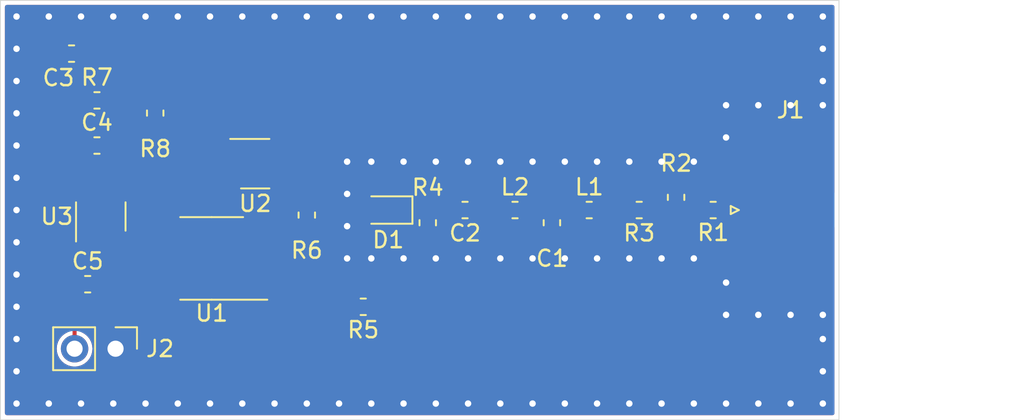
<source format=kicad_pcb>
(kicad_pcb (version 20171130) (host pcbnew 5.1.2-f72e74a~84~ubuntu18.04.1)

  (general
    (thickness 1.6)
    (drawings 4)
    (tracks 167)
    (zones 0)
    (modules 21)
    (nets 18)
  )

  (page A4)
  (layers
    (0 F.Cu signal)
    (31 B.Cu signal)
    (32 B.Adhes user)
    (33 F.Adhes user)
    (34 B.Paste user)
    (35 F.Paste user)
    (36 B.SilkS user)
    (37 F.SilkS user)
    (38 B.Mask user)
    (39 F.Mask user)
    (40 Dwgs.User user)
    (41 Cmts.User user)
    (42 Eco1.User user)
    (43 Eco2.User user)
    (44 Edge.Cuts user)
    (45 Margin user)
    (46 B.CrtYd user)
    (47 F.CrtYd user)
    (48 B.Fab user)
    (49 F.Fab user)
  )

  (setup
    (last_trace_width 0.25)
    (user_trace_width 1)
    (trace_clearance 0.2)
    (zone_clearance 0.254)
    (zone_45_only no)
    (trace_min 0.2)
    (via_size 0.8)
    (via_drill 0.4)
    (via_min_size 0.4)
    (via_min_drill 0.3)
    (uvia_size 0.3)
    (uvia_drill 0.1)
    (uvias_allowed no)
    (uvia_min_size 0.2)
    (uvia_min_drill 0.1)
    (edge_width 0.05)
    (segment_width 0.2)
    (pcb_text_width 0.3)
    (pcb_text_size 1.5 1.5)
    (mod_edge_width 0.12)
    (mod_text_size 1 1)
    (mod_text_width 0.15)
    (pad_size 1.524 1.524)
    (pad_drill 0.762)
    (pad_to_mask_clearance 0.051)
    (solder_mask_min_width 0.25)
    (aux_axis_origin 0 0)
    (visible_elements FFFFFF7F)
    (pcbplotparams
      (layerselection 0x010fc_ffffffff)
      (usegerberextensions false)
      (usegerberattributes false)
      (usegerberadvancedattributes false)
      (creategerberjobfile false)
      (excludeedgelayer true)
      (linewidth 0.100000)
      (plotframeref false)
      (viasonmask false)
      (mode 1)
      (useauxorigin false)
      (hpglpennumber 1)
      (hpglpenspeed 20)
      (hpglpendiameter 15.000000)
      (psnegative false)
      (psa4output false)
      (plotreference true)
      (plotvalue true)
      (plotinvisibletext false)
      (padsonsilk false)
      (subtractmaskfromsilk false)
      (outputformat 1)
      (mirror false)
      (drillshape 1)
      (scaleselection 1)
      (outputdirectory ""))
  )

  (net 0 "")
  (net 1 "Net-(C1-Pad1)")
  (net 2 "Net-(C2-Pad1)")
  (net 3 "Net-(C2-Pad2)")
  (net 4 GND)
  (net 5 "Net-(C3-Pad1)")
  (net 6 "Net-(J1-Pad1)")
  (net 7 "Net-(R4-Pad2)")
  (net 8 "Net-(R5-Pad2)")
  (net 9 "Net-(R6-Pad2)")
  (net 10 "Net-(U2-Pad6)")
  (net 11 "Net-(U2-Pad1)")
  (net 12 "Net-(U1-Pad6)")
  (net 13 "Net-(C4-Pad2)")
  (net 14 "Net-(C5-Pad1)")
  (net 15 "Net-(L1-Pad2)")
  (net 16 "Net-(R7-Pad2)")
  (net 17 "Net-(R1-Pad1)")

  (net_class Default "This is the default net class."
    (clearance 0.2)
    (trace_width 0.25)
    (via_dia 0.8)
    (via_drill 0.4)
    (uvia_dia 0.3)
    (uvia_drill 0.1)
    (add_net GND)
    (add_net "Net-(C1-Pad1)")
    (add_net "Net-(C2-Pad1)")
    (add_net "Net-(C2-Pad2)")
    (add_net "Net-(C3-Pad1)")
    (add_net "Net-(C4-Pad2)")
    (add_net "Net-(C5-Pad1)")
    (add_net "Net-(J1-Pad1)")
    (add_net "Net-(L1-Pad2)")
    (add_net "Net-(R1-Pad1)")
    (add_net "Net-(R4-Pad2)")
    (add_net "Net-(R5-Pad2)")
    (add_net "Net-(R6-Pad2)")
    (add_net "Net-(R7-Pad2)")
    (add_net "Net-(U1-Pad6)")
    (add_net "Net-(U2-Pad1)")
    (add_net "Net-(U2-Pad6)")
  )

  (module Resistor_SMD:R_0603_1608Metric (layer F.Cu) (tedit 5B301BBD) (tstamp 5CFCD24D)
    (at 155.2 80)
    (descr "Resistor SMD 0603 (1608 Metric), square (rectangular) end terminal, IPC_7351 nominal, (Body size source: http://www.tortai-tech.com/upload/download/2011102023233369053.pdf), generated with kicad-footprint-generator")
    (tags resistor)
    (path /5D0747C5)
    (attr smd)
    (fp_text reference R1 (at 0 1.4) (layer F.SilkS)
      (effects (font (size 1 1) (thickness 0.15)))
    )
    (fp_text value 24R (at 0 -1.4) (layer F.Fab)
      (effects (font (size 1 1) (thickness 0.15)))
    )
    (fp_text user %R (at 0 0) (layer F.Fab)
      (effects (font (size 0.4 0.4) (thickness 0.06)))
    )
    (fp_line (start 1.48 0.73) (end -1.48 0.73) (layer F.CrtYd) (width 0.05))
    (fp_line (start 1.48 -0.73) (end 1.48 0.73) (layer F.CrtYd) (width 0.05))
    (fp_line (start -1.48 -0.73) (end 1.48 -0.73) (layer F.CrtYd) (width 0.05))
    (fp_line (start -1.48 0.73) (end -1.48 -0.73) (layer F.CrtYd) (width 0.05))
    (fp_line (start -0.162779 0.51) (end 0.162779 0.51) (layer F.SilkS) (width 0.12))
    (fp_line (start -0.162779 -0.51) (end 0.162779 -0.51) (layer F.SilkS) (width 0.12))
    (fp_line (start 0.8 0.4) (end -0.8 0.4) (layer F.Fab) (width 0.1))
    (fp_line (start 0.8 -0.4) (end 0.8 0.4) (layer F.Fab) (width 0.1))
    (fp_line (start -0.8 -0.4) (end 0.8 -0.4) (layer F.Fab) (width 0.1))
    (fp_line (start -0.8 0.4) (end -0.8 -0.4) (layer F.Fab) (width 0.1))
    (pad 2 smd roundrect (at 0.7875 0) (size 0.875 0.95) (layers F.Cu F.Paste F.Mask) (roundrect_rratio 0.25)
      (net 6 "Net-(J1-Pad1)"))
    (pad 1 smd roundrect (at -0.7875 0) (size 0.875 0.95) (layers F.Cu F.Paste F.Mask) (roundrect_rratio 0.25)
      (net 17 "Net-(R1-Pad1)"))
    (model ${KISYS3DMOD}/Resistor_SMD.3dshapes/R_0603_1608Metric.wrl
      (at (xyz 0 0 0))
      (scale (xyz 1 1 1))
      (rotate (xyz 0 0 0))
    )
  )

  (module Resistor_SMD:R_0603_1608Metric (layer F.Cu) (tedit 5B301BBD) (tstamp 5CFC1C37)
    (at 133.5 86 180)
    (descr "Resistor SMD 0603 (1608 Metric), square (rectangular) end terminal, IPC_7351 nominal, (Body size source: http://www.tortai-tech.com/upload/download/2011102023233369053.pdf), generated with kicad-footprint-generator")
    (tags resistor)
    (path /5D04C417)
    (attr smd)
    (fp_text reference R5 (at 0 -1.43) (layer F.SilkS)
      (effects (font (size 1 1) (thickness 0.15)))
    )
    (fp_text value R_US (at 0 1.43) (layer F.Fab)
      (effects (font (size 1 1) (thickness 0.15)))
    )
    (fp_text user %R (at 0 0) (layer F.Fab)
      (effects (font (size 0.4 0.4) (thickness 0.06)))
    )
    (fp_line (start 1.48 0.73) (end -1.48 0.73) (layer F.CrtYd) (width 0.05))
    (fp_line (start 1.48 -0.73) (end 1.48 0.73) (layer F.CrtYd) (width 0.05))
    (fp_line (start -1.48 -0.73) (end 1.48 -0.73) (layer F.CrtYd) (width 0.05))
    (fp_line (start -1.48 0.73) (end -1.48 -0.73) (layer F.CrtYd) (width 0.05))
    (fp_line (start -0.162779 0.51) (end 0.162779 0.51) (layer F.SilkS) (width 0.12))
    (fp_line (start -0.162779 -0.51) (end 0.162779 -0.51) (layer F.SilkS) (width 0.12))
    (fp_line (start 0.8 0.4) (end -0.8 0.4) (layer F.Fab) (width 0.1))
    (fp_line (start 0.8 -0.4) (end 0.8 0.4) (layer F.Fab) (width 0.1))
    (fp_line (start -0.8 -0.4) (end 0.8 -0.4) (layer F.Fab) (width 0.1))
    (fp_line (start -0.8 0.4) (end -0.8 -0.4) (layer F.Fab) (width 0.1))
    (pad 2 smd roundrect (at 0.7875 0 180) (size 0.875 0.95) (layers F.Cu F.Paste F.Mask) (roundrect_rratio 0.25)
      (net 8 "Net-(R5-Pad2)"))
    (pad 1 smd roundrect (at -0.7875 0 180) (size 0.875 0.95) (layers F.Cu F.Paste F.Mask) (roundrect_rratio 0.25)
      (net 7 "Net-(R4-Pad2)"))
    (model ${KISYS3DMOD}/Resistor_SMD.3dshapes/R_0603_1608Metric.wrl
      (at (xyz 0 0 0))
      (scale (xyz 1 1 1))
      (rotate (xyz 0 0 0))
    )
  )

  (module Resistor_SMD:R_0603_1608Metric (layer F.Cu) (tedit 5B301BBD) (tstamp 5CFCD451)
    (at 150.6125 80 180)
    (descr "Resistor SMD 0603 (1608 Metric), square (rectangular) end terminal, IPC_7351 nominal, (Body size source: http://www.tortai-tech.com/upload/download/2011102023233369053.pdf), generated with kicad-footprint-generator")
    (tags resistor)
    (path /5CF916EE)
    (attr smd)
    (fp_text reference R3 (at 0 -1.43) (layer F.SilkS)
      (effects (font (size 1 1) (thickness 0.15)))
    )
    (fp_text value 24R (at 0 1.43) (layer F.Fab)
      (effects (font (size 1 1) (thickness 0.15)))
    )
    (fp_text user %R (at 0 0) (layer F.Fab)
      (effects (font (size 0.4 0.4) (thickness 0.06)))
    )
    (fp_line (start 1.48 0.73) (end -1.48 0.73) (layer F.CrtYd) (width 0.05))
    (fp_line (start 1.48 -0.73) (end 1.48 0.73) (layer F.CrtYd) (width 0.05))
    (fp_line (start -1.48 -0.73) (end 1.48 -0.73) (layer F.CrtYd) (width 0.05))
    (fp_line (start -1.48 0.73) (end -1.48 -0.73) (layer F.CrtYd) (width 0.05))
    (fp_line (start -0.162779 0.51) (end 0.162779 0.51) (layer F.SilkS) (width 0.12))
    (fp_line (start -0.162779 -0.51) (end 0.162779 -0.51) (layer F.SilkS) (width 0.12))
    (fp_line (start 0.8 0.4) (end -0.8 0.4) (layer F.Fab) (width 0.1))
    (fp_line (start 0.8 -0.4) (end 0.8 0.4) (layer F.Fab) (width 0.1))
    (fp_line (start -0.8 -0.4) (end 0.8 -0.4) (layer F.Fab) (width 0.1))
    (fp_line (start -0.8 0.4) (end -0.8 -0.4) (layer F.Fab) (width 0.1))
    (pad 2 smd roundrect (at 0.7875 0 180) (size 0.875 0.95) (layers F.Cu F.Paste F.Mask) (roundrect_rratio 0.25)
      (net 15 "Net-(L1-Pad2)"))
    (pad 1 smd roundrect (at -0.7875 0 180) (size 0.875 0.95) (layers F.Cu F.Paste F.Mask) (roundrect_rratio 0.25)
      (net 17 "Net-(R1-Pad1)"))
    (model ${KISYS3DMOD}/Resistor_SMD.3dshapes/R_0603_1608Metric.wrl
      (at (xyz 0 0 0))
      (scale (xyz 1 1 1))
      (rotate (xyz 0 0 0))
    )
  )

  (module Diode_SMD:D_SOD-323 (layer F.Cu) (tedit 58641739) (tstamp 5CFCD383)
    (at 135.05 80 180)
    (descr SOD-323)
    (tags SOD-323)
    (path /5CED172A)
    (attr smd)
    (fp_text reference D1 (at 0 -1.85) (layer F.SilkS)
      (effects (font (size 1 1) (thickness 0.15)))
    )
    (fp_text value NW301 (at 0.1 1.9) (layer F.Fab)
      (effects (font (size 1 1) (thickness 0.15)))
    )
    (fp_text user %R (at 0 -1.85) (layer F.Fab)
      (effects (font (size 1 1) (thickness 0.15)))
    )
    (fp_line (start -1.5 -0.85) (end -1.5 0.85) (layer F.SilkS) (width 0.12))
    (fp_line (start 0.2 0) (end 0.45 0) (layer F.Fab) (width 0.1))
    (fp_line (start 0.2 0.35) (end -0.3 0) (layer F.Fab) (width 0.1))
    (fp_line (start 0.2 -0.35) (end 0.2 0.35) (layer F.Fab) (width 0.1))
    (fp_line (start -0.3 0) (end 0.2 -0.35) (layer F.Fab) (width 0.1))
    (fp_line (start -0.3 0) (end -0.5 0) (layer F.Fab) (width 0.1))
    (fp_line (start -0.3 -0.35) (end -0.3 0.35) (layer F.Fab) (width 0.1))
    (fp_line (start -0.9 0.7) (end -0.9 -0.7) (layer F.Fab) (width 0.1))
    (fp_line (start 0.9 0.7) (end -0.9 0.7) (layer F.Fab) (width 0.1))
    (fp_line (start 0.9 -0.7) (end 0.9 0.7) (layer F.Fab) (width 0.1))
    (fp_line (start -0.9 -0.7) (end 0.9 -0.7) (layer F.Fab) (width 0.1))
    (fp_line (start -1.6 -0.95) (end 1.6 -0.95) (layer F.CrtYd) (width 0.05))
    (fp_line (start 1.6 -0.95) (end 1.6 0.95) (layer F.CrtYd) (width 0.05))
    (fp_line (start -1.6 0.95) (end 1.6 0.95) (layer F.CrtYd) (width 0.05))
    (fp_line (start -1.6 -0.95) (end -1.6 0.95) (layer F.CrtYd) (width 0.05))
    (fp_line (start -1.5 0.85) (end 1.05 0.85) (layer F.SilkS) (width 0.12))
    (fp_line (start -1.5 -0.85) (end 1.05 -0.85) (layer F.SilkS) (width 0.12))
    (pad 1 smd rect (at -1.05 0 180) (size 0.6 0.45) (layers F.Cu F.Paste F.Mask)
      (net 3 "Net-(C2-Pad2)"))
    (pad 2 smd rect (at 1.05 0 180) (size 0.6 0.45) (layers F.Cu F.Paste F.Mask)
      (net 4 GND))
    (model ${KISYS3DMOD}/Diode_SMD.3dshapes/D_SOD-323.wrl
      (at (xyz 0 0 0))
      (scale (xyz 1 1 1))
      (rotate (xyz 0 0 0))
    )
  )

  (module Capacitor_SMD:C_0603_1608Metric (layer F.Cu) (tedit 5B301BBE) (tstamp 5CFA46A4)
    (at 115.4125 70.3 180)
    (descr "Capacitor SMD 0603 (1608 Metric), square (rectangular) end terminal, IPC_7351 nominal, (Body size source: http://www.tortai-tech.com/upload/download/2011102023233369053.pdf), generated with kicad-footprint-generator")
    (tags capacitor)
    (path /5CFBB679)
    (attr smd)
    (fp_text reference C3 (at 0.8125 -1.5) (layer F.SilkS)
      (effects (font (size 1 1) (thickness 0.15)))
    )
    (fp_text value C (at 0 1.43) (layer F.Fab)
      (effects (font (size 1 1) (thickness 0.15)))
    )
    (fp_text user %R (at 0 0) (layer F.Fab)
      (effects (font (size 0.4 0.4) (thickness 0.06)))
    )
    (fp_line (start 1.48 0.73) (end -1.48 0.73) (layer F.CrtYd) (width 0.05))
    (fp_line (start 1.48 -0.73) (end 1.48 0.73) (layer F.CrtYd) (width 0.05))
    (fp_line (start -1.48 -0.73) (end 1.48 -0.73) (layer F.CrtYd) (width 0.05))
    (fp_line (start -1.48 0.73) (end -1.48 -0.73) (layer F.CrtYd) (width 0.05))
    (fp_line (start -0.162779 0.51) (end 0.162779 0.51) (layer F.SilkS) (width 0.12))
    (fp_line (start -0.162779 -0.51) (end 0.162779 -0.51) (layer F.SilkS) (width 0.12))
    (fp_line (start 0.8 0.4) (end -0.8 0.4) (layer F.Fab) (width 0.1))
    (fp_line (start 0.8 -0.4) (end 0.8 0.4) (layer F.Fab) (width 0.1))
    (fp_line (start -0.8 -0.4) (end 0.8 -0.4) (layer F.Fab) (width 0.1))
    (fp_line (start -0.8 0.4) (end -0.8 -0.4) (layer F.Fab) (width 0.1))
    (pad 2 smd roundrect (at 0.7875 0 180) (size 0.875 0.95) (layers F.Cu F.Paste F.Mask) (roundrect_rratio 0.25)
      (net 4 GND))
    (pad 1 smd roundrect (at -0.7875 0 180) (size 0.875 0.95) (layers F.Cu F.Paste F.Mask) (roundrect_rratio 0.25)
      (net 5 "Net-(C3-Pad1)"))
    (model ${KISYS3DMOD}/Capacitor_SMD.3dshapes/C_0603_1608Metric.wrl
      (at (xyz 0 0 0))
      (scale (xyz 1 1 1))
      (rotate (xyz 0 0 0))
    )
  )

  (module Resistor_SMD:R_0603_1608Metric (layer F.Cu) (tedit 5B301BBD) (tstamp 5CFA476C)
    (at 116.9875 73.2)
    (descr "Resistor SMD 0603 (1608 Metric), square (rectangular) end terminal, IPC_7351 nominal, (Body size source: http://www.tortai-tech.com/upload/download/2011102023233369053.pdf), generated with kicad-footprint-generator")
    (tags resistor)
    (path /5CF30770)
    (attr smd)
    (fp_text reference R7 (at 0 -1.43) (layer F.SilkS)
      (effects (font (size 1 1) (thickness 0.15)))
    )
    (fp_text value R_US (at 0 1.43) (layer F.Fab)
      (effects (font (size 1 1) (thickness 0.15)))
    )
    (fp_text user %R (at 0 0) (layer F.Fab)
      (effects (font (size 0.4 0.4) (thickness 0.06)))
    )
    (fp_line (start 1.48 0.73) (end -1.48 0.73) (layer F.CrtYd) (width 0.05))
    (fp_line (start 1.48 -0.73) (end 1.48 0.73) (layer F.CrtYd) (width 0.05))
    (fp_line (start -1.48 -0.73) (end 1.48 -0.73) (layer F.CrtYd) (width 0.05))
    (fp_line (start -1.48 0.73) (end -1.48 -0.73) (layer F.CrtYd) (width 0.05))
    (fp_line (start -0.162779 0.51) (end 0.162779 0.51) (layer F.SilkS) (width 0.12))
    (fp_line (start -0.162779 -0.51) (end 0.162779 -0.51) (layer F.SilkS) (width 0.12))
    (fp_line (start 0.8 0.4) (end -0.8 0.4) (layer F.Fab) (width 0.1))
    (fp_line (start 0.8 -0.4) (end 0.8 0.4) (layer F.Fab) (width 0.1))
    (fp_line (start -0.8 -0.4) (end 0.8 -0.4) (layer F.Fab) (width 0.1))
    (fp_line (start -0.8 0.4) (end -0.8 -0.4) (layer F.Fab) (width 0.1))
    (pad 2 smd roundrect (at 0.7875 0) (size 0.875 0.95) (layers F.Cu F.Paste F.Mask) (roundrect_rratio 0.25)
      (net 16 "Net-(R7-Pad2)"))
    (pad 1 smd roundrect (at -0.7875 0) (size 0.875 0.95) (layers F.Cu F.Paste F.Mask) (roundrect_rratio 0.25)
      (net 5 "Net-(C3-Pad1)"))
    (model ${KISYS3DMOD}/Resistor_SMD.3dshapes/R_0603_1608Metric.wrl
      (at (xyz 0 0 0))
      (scale (xyz 1 1 1))
      (rotate (xyz 0 0 0))
    )
  )

  (module Inductor_SMD:L_0603_1608Metric (layer F.Cu) (tedit 5B301BBE) (tstamp 5CFCD283)
    (at 142.9125 80)
    (descr "Inductor SMD 0603 (1608 Metric), square (rectangular) end terminal, IPC_7351 nominal, (Body size source: http://www.tortai-tech.com/upload/download/2011102023233369053.pdf), generated with kicad-footprint-generator")
    (tags inductor)
    (path /5D0032BD)
    (attr smd)
    (fp_text reference L2 (at 0 -1.43) (layer F.SilkS)
      (effects (font (size 1 1) (thickness 0.15)))
    )
    (fp_text value L (at 0 1.43) (layer F.Fab)
      (effects (font (size 1 1) (thickness 0.15)))
    )
    (fp_text user %R (at 0 0) (layer F.Fab)
      (effects (font (size 0.4 0.4) (thickness 0.06)))
    )
    (fp_line (start 1.48 0.73) (end -1.48 0.73) (layer F.CrtYd) (width 0.05))
    (fp_line (start 1.48 -0.73) (end 1.48 0.73) (layer F.CrtYd) (width 0.05))
    (fp_line (start -1.48 -0.73) (end 1.48 -0.73) (layer F.CrtYd) (width 0.05))
    (fp_line (start -1.48 0.73) (end -1.48 -0.73) (layer F.CrtYd) (width 0.05))
    (fp_line (start -0.162779 0.51) (end 0.162779 0.51) (layer F.SilkS) (width 0.12))
    (fp_line (start -0.162779 -0.51) (end 0.162779 -0.51) (layer F.SilkS) (width 0.12))
    (fp_line (start 0.8 0.4) (end -0.8 0.4) (layer F.Fab) (width 0.1))
    (fp_line (start 0.8 -0.4) (end 0.8 0.4) (layer F.Fab) (width 0.1))
    (fp_line (start -0.8 -0.4) (end 0.8 -0.4) (layer F.Fab) (width 0.1))
    (fp_line (start -0.8 0.4) (end -0.8 -0.4) (layer F.Fab) (width 0.1))
    (pad 2 smd roundrect (at 0.7875 0) (size 0.875 0.95) (layers F.Cu F.Paste F.Mask) (roundrect_rratio 0.25)
      (net 1 "Net-(C1-Pad1)"))
    (pad 1 smd roundrect (at -0.7875 0) (size 0.875 0.95) (layers F.Cu F.Paste F.Mask) (roundrect_rratio 0.25)
      (net 2 "Net-(C2-Pad1)"))
    (model ${KISYS3DMOD}/Inductor_SMD.3dshapes/L_0603_1608Metric.wrl
      (at (xyz 0 0 0))
      (scale (xyz 1 1 1))
      (rotate (xyz 0 0 0))
    )
  )

  (module Inductor_SMD:L_0603_1608Metric (layer F.Cu) (tedit 5B301BBE) (tstamp 5CFCD2B3)
    (at 147.5125 80)
    (descr "Inductor SMD 0603 (1608 Metric), square (rectangular) end terminal, IPC_7351 nominal, (Body size source: http://www.tortai-tech.com/upload/download/2011102023233369053.pdf), generated with kicad-footprint-generator")
    (tags inductor)
    (path /5D01A8CF)
    (attr smd)
    (fp_text reference L1 (at 0 -1.43) (layer F.SilkS)
      (effects (font (size 1 1) (thickness 0.15)))
    )
    (fp_text value L (at 0 1.43) (layer F.Fab)
      (effects (font (size 1 1) (thickness 0.15)))
    )
    (fp_text user %R (at 0 0) (layer F.Fab)
      (effects (font (size 0.4 0.4) (thickness 0.06)))
    )
    (fp_line (start 1.48 0.73) (end -1.48 0.73) (layer F.CrtYd) (width 0.05))
    (fp_line (start 1.48 -0.73) (end 1.48 0.73) (layer F.CrtYd) (width 0.05))
    (fp_line (start -1.48 -0.73) (end 1.48 -0.73) (layer F.CrtYd) (width 0.05))
    (fp_line (start -1.48 0.73) (end -1.48 -0.73) (layer F.CrtYd) (width 0.05))
    (fp_line (start -0.162779 0.51) (end 0.162779 0.51) (layer F.SilkS) (width 0.12))
    (fp_line (start -0.162779 -0.51) (end 0.162779 -0.51) (layer F.SilkS) (width 0.12))
    (fp_line (start 0.8 0.4) (end -0.8 0.4) (layer F.Fab) (width 0.1))
    (fp_line (start 0.8 -0.4) (end 0.8 0.4) (layer F.Fab) (width 0.1))
    (fp_line (start -0.8 -0.4) (end 0.8 -0.4) (layer F.Fab) (width 0.1))
    (fp_line (start -0.8 0.4) (end -0.8 -0.4) (layer F.Fab) (width 0.1))
    (pad 2 smd roundrect (at 0.7875 0) (size 0.875 0.95) (layers F.Cu F.Paste F.Mask) (roundrect_rratio 0.25)
      (net 15 "Net-(L1-Pad2)"))
    (pad 1 smd roundrect (at -0.7875 0) (size 0.875 0.95) (layers F.Cu F.Paste F.Mask) (roundrect_rratio 0.25)
      (net 1 "Net-(C1-Pad1)"))
    (model ${KISYS3DMOD}/Inductor_SMD.3dshapes/L_0603_1608Metric.wrl
      (at (xyz 0 0 0))
      (scale (xyz 1 1 1))
      (rotate (xyz 0 0 0))
    )
  )

  (module Capacitor_SMD:C_0603_1608Metric (layer F.Cu) (tedit 5B301BBE) (tstamp 5CFBD5A6)
    (at 116.4125 84.6)
    (descr "Capacitor SMD 0603 (1608 Metric), square (rectangular) end terminal, IPC_7351 nominal, (Body size source: http://www.tortai-tech.com/upload/download/2011102023233369053.pdf), generated with kicad-footprint-generator")
    (tags capacitor)
    (path /5CED692C)
    (attr smd)
    (fp_text reference C5 (at 0 -1.43) (layer F.SilkS)
      (effects (font (size 1 1) (thickness 0.15)))
    )
    (fp_text value C (at 0 1.43) (layer F.Fab)
      (effects (font (size 1 1) (thickness 0.15)))
    )
    (fp_text user %R (at 0 0) (layer F.Fab)
      (effects (font (size 0.4 0.4) (thickness 0.06)))
    )
    (fp_line (start 1.48 0.73) (end -1.48 0.73) (layer F.CrtYd) (width 0.05))
    (fp_line (start 1.48 -0.73) (end 1.48 0.73) (layer F.CrtYd) (width 0.05))
    (fp_line (start -1.48 -0.73) (end 1.48 -0.73) (layer F.CrtYd) (width 0.05))
    (fp_line (start -1.48 0.73) (end -1.48 -0.73) (layer F.CrtYd) (width 0.05))
    (fp_line (start -0.162779 0.51) (end 0.162779 0.51) (layer F.SilkS) (width 0.12))
    (fp_line (start -0.162779 -0.51) (end 0.162779 -0.51) (layer F.SilkS) (width 0.12))
    (fp_line (start 0.8 0.4) (end -0.8 0.4) (layer F.Fab) (width 0.1))
    (fp_line (start 0.8 -0.4) (end 0.8 0.4) (layer F.Fab) (width 0.1))
    (fp_line (start -0.8 -0.4) (end 0.8 -0.4) (layer F.Fab) (width 0.1))
    (fp_line (start -0.8 0.4) (end -0.8 -0.4) (layer F.Fab) (width 0.1))
    (pad 2 smd roundrect (at 0.7875 0) (size 0.875 0.95) (layers F.Cu F.Paste F.Mask) (roundrect_rratio 0.25)
      (net 4 GND))
    (pad 1 smd roundrect (at -0.7875 0) (size 0.875 0.95) (layers F.Cu F.Paste F.Mask) (roundrect_rratio 0.25)
      (net 14 "Net-(C5-Pad1)"))
    (model ${KISYS3DMOD}/Capacitor_SMD.3dshapes/C_0603_1608Metric.wrl
      (at (xyz 0 0 0))
      (scale (xyz 1 1 1))
      (rotate (xyz 0 0 0))
    )
  )

  (module Capacitor_SMD:C_0603_1608Metric (layer F.Cu) (tedit 5B301BBE) (tstamp 5CFCD421)
    (at 145.2 80.7875 270)
    (descr "Capacitor SMD 0603 (1608 Metric), square (rectangular) end terminal, IPC_7351 nominal, (Body size source: http://www.tortai-tech.com/upload/download/2011102023233369053.pdf), generated with kicad-footprint-generator")
    (tags capacitor)
    (path /5D01B6B5)
    (attr smd)
    (fp_text reference C1 (at 2.2125 0) (layer F.SilkS)
      (effects (font (size 1 1) (thickness 0.15)))
    )
    (fp_text value C (at 0 1.43 90) (layer F.Fab)
      (effects (font (size 1 1) (thickness 0.15)))
    )
    (fp_text user %R (at 0 0 90) (layer F.Fab)
      (effects (font (size 0.4 0.4) (thickness 0.06)))
    )
    (fp_line (start 1.48 0.73) (end -1.48 0.73) (layer F.CrtYd) (width 0.05))
    (fp_line (start 1.48 -0.73) (end 1.48 0.73) (layer F.CrtYd) (width 0.05))
    (fp_line (start -1.48 -0.73) (end 1.48 -0.73) (layer F.CrtYd) (width 0.05))
    (fp_line (start -1.48 0.73) (end -1.48 -0.73) (layer F.CrtYd) (width 0.05))
    (fp_line (start -0.162779 0.51) (end 0.162779 0.51) (layer F.SilkS) (width 0.12))
    (fp_line (start -0.162779 -0.51) (end 0.162779 -0.51) (layer F.SilkS) (width 0.12))
    (fp_line (start 0.8 0.4) (end -0.8 0.4) (layer F.Fab) (width 0.1))
    (fp_line (start 0.8 -0.4) (end 0.8 0.4) (layer F.Fab) (width 0.1))
    (fp_line (start -0.8 -0.4) (end 0.8 -0.4) (layer F.Fab) (width 0.1))
    (fp_line (start -0.8 0.4) (end -0.8 -0.4) (layer F.Fab) (width 0.1))
    (pad 2 smd roundrect (at 0.7875 0 270) (size 0.875 0.95) (layers F.Cu F.Paste F.Mask) (roundrect_rratio 0.25)
      (net 4 GND))
    (pad 1 smd roundrect (at -0.7875 0 270) (size 0.875 0.95) (layers F.Cu F.Paste F.Mask) (roundrect_rratio 0.25)
      (net 1 "Net-(C1-Pad1)"))
    (model ${KISYS3DMOD}/Capacitor_SMD.3dshapes/C_0603_1608Metric.wrl
      (at (xyz 0 0 0))
      (scale (xyz 1 1 1))
      (rotate (xyz 0 0 0))
    )
  )

  (module Capacitor_SMD:C_0603_1608Metric (layer F.Cu) (tedit 5B301BBE) (tstamp 5CFCD3F1)
    (at 139.8125 80 180)
    (descr "Capacitor SMD 0603 (1608 Metric), square (rectangular) end terminal, IPC_7351 nominal, (Body size source: http://www.tortai-tech.com/upload/download/2011102023233369053.pdf), generated with kicad-footprint-generator")
    (tags capacitor)
    (path /5CED1214)
    (attr smd)
    (fp_text reference C2 (at 0 -1.43) (layer F.SilkS)
      (effects (font (size 1 1) (thickness 0.15)))
    )
    (fp_text value 1nF (at 0 1.43) (layer F.Fab)
      (effects (font (size 1 1) (thickness 0.15)))
    )
    (fp_line (start -0.8 0.4) (end -0.8 -0.4) (layer F.Fab) (width 0.1))
    (fp_line (start -0.8 -0.4) (end 0.8 -0.4) (layer F.Fab) (width 0.1))
    (fp_line (start 0.8 -0.4) (end 0.8 0.4) (layer F.Fab) (width 0.1))
    (fp_line (start 0.8 0.4) (end -0.8 0.4) (layer F.Fab) (width 0.1))
    (fp_line (start -0.162779 -0.51) (end 0.162779 -0.51) (layer F.SilkS) (width 0.12))
    (fp_line (start -0.162779 0.51) (end 0.162779 0.51) (layer F.SilkS) (width 0.12))
    (fp_line (start -1.48 0.73) (end -1.48 -0.73) (layer F.CrtYd) (width 0.05))
    (fp_line (start -1.48 -0.73) (end 1.48 -0.73) (layer F.CrtYd) (width 0.05))
    (fp_line (start 1.48 -0.73) (end 1.48 0.73) (layer F.CrtYd) (width 0.05))
    (fp_line (start 1.48 0.73) (end -1.48 0.73) (layer F.CrtYd) (width 0.05))
    (fp_text user %R (at 0 0) (layer F.Fab)
      (effects (font (size 0.4 0.4) (thickness 0.06)))
    )
    (pad 1 smd roundrect (at -0.7875 0 180) (size 0.875 0.95) (layers F.Cu F.Paste F.Mask) (roundrect_rratio 0.25)
      (net 2 "Net-(C2-Pad1)"))
    (pad 2 smd roundrect (at 0.7875 0 180) (size 0.875 0.95) (layers F.Cu F.Paste F.Mask) (roundrect_rratio 0.25)
      (net 3 "Net-(C2-Pad2)"))
    (model ${KISYS3DMOD}/Capacitor_SMD.3dshapes/C_0603_1608Metric.wrl
      (at (xyz 0 0 0))
      (scale (xyz 1 1 1))
      (rotate (xyz 0 0 0))
    )
  )

  (module Capacitor_SMD:C_0603_1608Metric (layer F.Cu) (tedit 5B301BBE) (tstamp 5CFAB9B6)
    (at 116.9875 76)
    (descr "Capacitor SMD 0603 (1608 Metric), square (rectangular) end terminal, IPC_7351 nominal, (Body size source: http://www.tortai-tech.com/upload/download/2011102023233369053.pdf), generated with kicad-footprint-generator")
    (tags capacitor)
    (path /5CED6C30)
    (attr smd)
    (fp_text reference C4 (at 0 -1.43) (layer F.SilkS)
      (effects (font (size 1 1) (thickness 0.15)))
    )
    (fp_text value 0.01uF (at 0 1.43) (layer F.Fab)
      (effects (font (size 1 1) (thickness 0.15)))
    )
    (fp_line (start -0.8 0.4) (end -0.8 -0.4) (layer F.Fab) (width 0.1))
    (fp_line (start -0.8 -0.4) (end 0.8 -0.4) (layer F.Fab) (width 0.1))
    (fp_line (start 0.8 -0.4) (end 0.8 0.4) (layer F.Fab) (width 0.1))
    (fp_line (start 0.8 0.4) (end -0.8 0.4) (layer F.Fab) (width 0.1))
    (fp_line (start -0.162779 -0.51) (end 0.162779 -0.51) (layer F.SilkS) (width 0.12))
    (fp_line (start -0.162779 0.51) (end 0.162779 0.51) (layer F.SilkS) (width 0.12))
    (fp_line (start -1.48 0.73) (end -1.48 -0.73) (layer F.CrtYd) (width 0.05))
    (fp_line (start -1.48 -0.73) (end 1.48 -0.73) (layer F.CrtYd) (width 0.05))
    (fp_line (start 1.48 -0.73) (end 1.48 0.73) (layer F.CrtYd) (width 0.05))
    (fp_line (start 1.48 0.73) (end -1.48 0.73) (layer F.CrtYd) (width 0.05))
    (fp_text user %R (at 0 0) (layer F.Fab)
      (effects (font (size 0.4 0.4) (thickness 0.06)))
    )
    (pad 1 smd roundrect (at -0.7875 0) (size 0.875 0.95) (layers F.Cu F.Paste F.Mask) (roundrect_rratio 0.25)
      (net 5 "Net-(C3-Pad1)"))
    (pad 2 smd roundrect (at 0.7875 0) (size 0.875 0.95) (layers F.Cu F.Paste F.Mask) (roundrect_rratio 0.25)
      (net 13 "Net-(C4-Pad2)"))
    (model ${KISYS3DMOD}/Capacitor_SMD.3dshapes/C_0603_1608Metric.wrl
      (at (xyz 0 0 0))
      (scale (xyz 1 1 1))
      (rotate (xyz 0 0 0))
    )
  )

  (module Connector_Coaxial:SMA_Amphenol_132289_EdgeMount (layer F.Cu) (tedit 5A1C1810) (tstamp 5CFCD325)
    (at 160 80)
    (descr http://www.amphenolrf.com/132289.html)
    (tags SMA)
    (path /5CECFD30)
    (attr smd)
    (fp_text reference J1 (at 0 -6.2 180) (layer F.SilkS)
      (effects (font (size 1 1) (thickness 0.15)))
    )
    (fp_text value "SMA EDGE Connecter" (at 5 6) (layer F.Fab)
      (effects (font (size 1 1) (thickness 0.15)))
    )
    (fp_line (start -3.71 0.25) (end -3.21 0) (layer F.SilkS) (width 0.12))
    (fp_line (start -3.71 -0.25) (end -3.71 0.25) (layer F.SilkS) (width 0.12))
    (fp_line (start -3.21 0) (end -3.71 -0.25) (layer F.SilkS) (width 0.12))
    (fp_line (start 3.54 0) (end 2.54 0.75) (layer F.Fab) (width 0.1))
    (fp_line (start 2.54 -0.75) (end 3.54 0) (layer F.Fab) (width 0.1))
    (fp_text user %R (at 4.79 0 270) (layer F.Fab)
      (effects (font (size 1 1) (thickness 0.15)))
    )
    (fp_line (start 14.47 -5.58) (end -3.04 -5.58) (layer F.CrtYd) (width 0.05))
    (fp_line (start 14.47 -5.58) (end 14.47 5.58) (layer F.CrtYd) (width 0.05))
    (fp_line (start 14.47 5.58) (end -3.04 5.58) (layer F.CrtYd) (width 0.05))
    (fp_line (start -3.04 5.58) (end -3.04 -5.58) (layer F.CrtYd) (width 0.05))
    (fp_line (start 14.47 -5.58) (end -3.04 -5.58) (layer B.CrtYd) (width 0.05))
    (fp_line (start 14.47 -5.58) (end 14.47 5.58) (layer B.CrtYd) (width 0.05))
    (fp_line (start 14.47 5.58) (end -3.04 5.58) (layer B.CrtYd) (width 0.05))
    (fp_line (start -3.04 5.58) (end -3.04 -5.58) (layer B.CrtYd) (width 0.05))
    (fp_line (start 4.445 -3.81) (end 13.97 -3.81) (layer F.Fab) (width 0.1))
    (fp_line (start 13.97 -3.81) (end 13.97 3.81) (layer F.Fab) (width 0.1))
    (fp_line (start 13.97 3.81) (end 4.445 3.81) (layer F.Fab) (width 0.1))
    (fp_line (start 4.445 5.08) (end 4.445 3.81) (layer F.Fab) (width 0.1))
    (fp_line (start 4.445 -3.81) (end 4.445 -5.08) (layer F.Fab) (width 0.1))
    (fp_line (start -1.91 -5.08) (end 4.445 -5.08) (layer F.Fab) (width 0.1))
    (fp_line (start -1.91 -5.08) (end -1.91 -3.81) (layer F.Fab) (width 0.1))
    (fp_line (start -1.91 -3.81) (end 2.54 -3.81) (layer F.Fab) (width 0.1))
    (fp_line (start 2.54 -3.81) (end 2.54 3.81) (layer F.Fab) (width 0.1))
    (fp_line (start 2.54 3.81) (end -1.91 3.81) (layer F.Fab) (width 0.1))
    (fp_line (start -1.91 3.81) (end -1.91 5.08) (layer F.Fab) (width 0.1))
    (fp_line (start -1.91 5.08) (end 4.445 5.08) (layer F.Fab) (width 0.1))
    (pad 2 smd rect (at 0 4.25 90) (size 1.5 5.08) (layers B.Cu B.Paste B.Mask)
      (net 4 GND))
    (pad 2 smd rect (at 0 -4.25 90) (size 1.5 5.08) (layers B.Cu B.Paste B.Mask)
      (net 4 GND))
    (pad 2 smd rect (at 0 4.25 90) (size 1.5 5.08) (layers F.Cu F.Paste F.Mask)
      (net 4 GND))
    (pad 2 smd rect (at 0 -4.25 90) (size 1.5 5.08) (layers F.Cu F.Paste F.Mask)
      (net 4 GND))
    (pad 1 smd rect (at 0 0 90) (size 1.5 5.08) (layers F.Cu F.Paste F.Mask)
      (net 6 "Net-(J1-Pad1)"))
    (model ${KISYS3DMOD}/Connector_Coaxial.3dshapes/SMA_Amphenol_132289_EdgeMount.wrl
      (at (xyz 0 0 0))
      (scale (xyz 1 1 1))
      (rotate (xyz 0 0 0))
    )
    (model /home/nivekg/Downloads/132289.stp
      (offset (xyz 0.652 -0.5 0.5))
      (scale (xyz 1 1 1))
      (rotate (xyz 0 0 0))
    )
  )

  (module Connector_PinHeader_2.54mm:PinHeader_1x02_P2.54mm_Vertical (layer F.Cu) (tedit 59FED5CC) (tstamp 5CFBF5F3)
    (at 118.14 88.6 270)
    (descr "Through hole straight pin header, 1x02, 2.54mm pitch, single row")
    (tags "Through hole pin header THT 1x02 2.54mm single row")
    (path /5CFBB0E1)
    (fp_text reference J2 (at 0 -2.76 180) (layer F.SilkS)
      (effects (font (size 1 1) (thickness 0.15)))
    )
    (fp_text value Conn_01x02 (at 2.6 -0.06 180) (layer F.Fab)
      (effects (font (size 1 1) (thickness 0.15)))
    )
    (fp_line (start -0.635 -1.27) (end 1.27 -1.27) (layer F.Fab) (width 0.1))
    (fp_line (start 1.27 -1.27) (end 1.27 3.81) (layer F.Fab) (width 0.1))
    (fp_line (start 1.27 3.81) (end -1.27 3.81) (layer F.Fab) (width 0.1))
    (fp_line (start -1.27 3.81) (end -1.27 -0.635) (layer F.Fab) (width 0.1))
    (fp_line (start -1.27 -0.635) (end -0.635 -1.27) (layer F.Fab) (width 0.1))
    (fp_line (start -1.33 3.87) (end 1.33 3.87) (layer F.SilkS) (width 0.12))
    (fp_line (start -1.33 1.27) (end -1.33 3.87) (layer F.SilkS) (width 0.12))
    (fp_line (start 1.33 1.27) (end 1.33 3.87) (layer F.SilkS) (width 0.12))
    (fp_line (start -1.33 1.27) (end 1.33 1.27) (layer F.SilkS) (width 0.12))
    (fp_line (start -1.33 0) (end -1.33 -1.33) (layer F.SilkS) (width 0.12))
    (fp_line (start -1.33 -1.33) (end 0 -1.33) (layer F.SilkS) (width 0.12))
    (fp_line (start -1.8 -1.8) (end -1.8 4.35) (layer F.CrtYd) (width 0.05))
    (fp_line (start -1.8 4.35) (end 1.8 4.35) (layer F.CrtYd) (width 0.05))
    (fp_line (start 1.8 4.35) (end 1.8 -1.8) (layer F.CrtYd) (width 0.05))
    (fp_line (start 1.8 -1.8) (end -1.8 -1.8) (layer F.CrtYd) (width 0.05))
    (fp_text user %R (at 0 1.27) (layer F.Fab)
      (effects (font (size 1 1) (thickness 0.15)))
    )
    (pad 1 thru_hole rect (at 0 0 270) (size 1.7 1.7) (drill 1) (layers *.Cu *.Mask)
      (net 4 GND))
    (pad 2 thru_hole oval (at 0 2.54 270) (size 1.7 1.7) (drill 1) (layers *.Cu *.Mask)
      (net 14 "Net-(C5-Pad1)"))
    (model ${KISYS3DMOD}/Connector_PinHeader_2.54mm.3dshapes/PinHeader_1x02_P2.54mm_Vertical.wrl
      (at (xyz 0 0 0))
      (scale (xyz 1 1 1))
      (rotate (xyz 0 0 0))
    )
  )

  (module Resistor_SMD:R_0603_1608Metric (layer F.Cu) (tedit 5B301BBD) (tstamp 5CFCD2E3)
    (at 152.9 79.2125 90)
    (descr "Resistor SMD 0603 (1608 Metric), square (rectangular) end terminal, IPC_7351 nominal, (Body size source: http://www.tortai-tech.com/upload/download/2011102023233369053.pdf), generated with kicad-footprint-generator")
    (tags resistor)
    (path /5CED0DBD)
    (attr smd)
    (fp_text reference R2 (at 2.1125 0 180) (layer F.SilkS)
      (effects (font (size 1 1) (thickness 0.15)))
    )
    (fp_text value 180R (at 0 1.43 90) (layer F.Fab)
      (effects (font (size 1 1) (thickness 0.15)))
    )
    (fp_text user %R (at 0 0 90) (layer F.Fab)
      (effects (font (size 0.4 0.4) (thickness 0.06)))
    )
    (fp_line (start 1.48 0.73) (end -1.48 0.73) (layer F.CrtYd) (width 0.05))
    (fp_line (start 1.48 -0.73) (end 1.48 0.73) (layer F.CrtYd) (width 0.05))
    (fp_line (start -1.48 -0.73) (end 1.48 -0.73) (layer F.CrtYd) (width 0.05))
    (fp_line (start -1.48 0.73) (end -1.48 -0.73) (layer F.CrtYd) (width 0.05))
    (fp_line (start -0.162779 0.51) (end 0.162779 0.51) (layer F.SilkS) (width 0.12))
    (fp_line (start -0.162779 -0.51) (end 0.162779 -0.51) (layer F.SilkS) (width 0.12))
    (fp_line (start 0.8 0.4) (end -0.8 0.4) (layer F.Fab) (width 0.1))
    (fp_line (start 0.8 -0.4) (end 0.8 0.4) (layer F.Fab) (width 0.1))
    (fp_line (start -0.8 -0.4) (end 0.8 -0.4) (layer F.Fab) (width 0.1))
    (fp_line (start -0.8 0.4) (end -0.8 -0.4) (layer F.Fab) (width 0.1))
    (pad 2 smd roundrect (at 0.7875 0 90) (size 0.875 0.95) (layers F.Cu F.Paste F.Mask) (roundrect_rratio 0.25)
      (net 4 GND))
    (pad 1 smd roundrect (at -0.7875 0 90) (size 0.875 0.95) (layers F.Cu F.Paste F.Mask) (roundrect_rratio 0.25)
      (net 17 "Net-(R1-Pad1)"))
    (model ${KISYS3DMOD}/Resistor_SMD.3dshapes/R_0603_1608Metric.wrl
      (at (xyz 0 0 0))
      (scale (xyz 1 1 1))
      (rotate (xyz 0 0 0))
    )
  )

  (module Resistor_SMD:R_0603_1608Metric (layer F.Cu) (tedit 5B301BBD) (tstamp 5CFCD3C1)
    (at 137.5 80.7875 270)
    (descr "Resistor SMD 0603 (1608 Metric), square (rectangular) end terminal, IPC_7351 nominal, (Body size source: http://www.tortai-tech.com/upload/download/2011102023233369053.pdf), generated with kicad-footprint-generator")
    (tags resistor)
    (path /5CED1EC3)
    (attr smd)
    (fp_text reference R4 (at -2.1875 0 180) (layer F.SilkS)
      (effects (font (size 1 1) (thickness 0.15)))
    )
    (fp_text value R_US (at 0 1.43 90) (layer F.Fab)
      (effects (font (size 1 1) (thickness 0.15)))
    )
    (fp_line (start -0.8 0.4) (end -0.8 -0.4) (layer F.Fab) (width 0.1))
    (fp_line (start -0.8 -0.4) (end 0.8 -0.4) (layer F.Fab) (width 0.1))
    (fp_line (start 0.8 -0.4) (end 0.8 0.4) (layer F.Fab) (width 0.1))
    (fp_line (start 0.8 0.4) (end -0.8 0.4) (layer F.Fab) (width 0.1))
    (fp_line (start -0.162779 -0.51) (end 0.162779 -0.51) (layer F.SilkS) (width 0.12))
    (fp_line (start -0.162779 0.51) (end 0.162779 0.51) (layer F.SilkS) (width 0.12))
    (fp_line (start -1.48 0.73) (end -1.48 -0.73) (layer F.CrtYd) (width 0.05))
    (fp_line (start -1.48 -0.73) (end 1.48 -0.73) (layer F.CrtYd) (width 0.05))
    (fp_line (start 1.48 -0.73) (end 1.48 0.73) (layer F.CrtYd) (width 0.05))
    (fp_line (start 1.48 0.73) (end -1.48 0.73) (layer F.CrtYd) (width 0.05))
    (fp_text user %R (at 0 0 90) (layer F.Fab)
      (effects (font (size 0.4 0.4) (thickness 0.06)))
    )
    (pad 1 smd roundrect (at -0.7875 0 270) (size 0.875 0.95) (layers F.Cu F.Paste F.Mask) (roundrect_rratio 0.25)
      (net 3 "Net-(C2-Pad2)"))
    (pad 2 smd roundrect (at 0.7875 0 270) (size 0.875 0.95) (layers F.Cu F.Paste F.Mask) (roundrect_rratio 0.25)
      (net 7 "Net-(R4-Pad2)"))
    (model ${KISYS3DMOD}/Resistor_SMD.3dshapes/R_0603_1608Metric.wrl
      (at (xyz 0 0 0))
      (scale (xyz 1 1 1))
      (rotate (xyz 0 0 0))
    )
  )

  (module Resistor_SMD:R_0603_1608Metric (layer F.Cu) (tedit 5B301BBD) (tstamp 5CFA475B)
    (at 130 80.3125 90)
    (descr "Resistor SMD 0603 (1608 Metric), square (rectangular) end terminal, IPC_7351 nominal, (Body size source: http://www.tortai-tech.com/upload/download/2011102023233369053.pdf), generated with kicad-footprint-generator")
    (tags resistor)
    (path /5CEF7384)
    (attr smd)
    (fp_text reference R6 (at -2.1875 0) (layer F.SilkS)
      (effects (font (size 1 1) (thickness 0.15)))
    )
    (fp_text value R_US (at 0 1.43 90) (layer F.Fab)
      (effects (font (size 1 1) (thickness 0.15)))
    )
    (fp_line (start -0.8 0.4) (end -0.8 -0.4) (layer F.Fab) (width 0.1))
    (fp_line (start -0.8 -0.4) (end 0.8 -0.4) (layer F.Fab) (width 0.1))
    (fp_line (start 0.8 -0.4) (end 0.8 0.4) (layer F.Fab) (width 0.1))
    (fp_line (start 0.8 0.4) (end -0.8 0.4) (layer F.Fab) (width 0.1))
    (fp_line (start -0.162779 -0.51) (end 0.162779 -0.51) (layer F.SilkS) (width 0.12))
    (fp_line (start -0.162779 0.51) (end 0.162779 0.51) (layer F.SilkS) (width 0.12))
    (fp_line (start -1.48 0.73) (end -1.48 -0.73) (layer F.CrtYd) (width 0.05))
    (fp_line (start -1.48 -0.73) (end 1.48 -0.73) (layer F.CrtYd) (width 0.05))
    (fp_line (start 1.48 -0.73) (end 1.48 0.73) (layer F.CrtYd) (width 0.05))
    (fp_line (start 1.48 0.73) (end -1.48 0.73) (layer F.CrtYd) (width 0.05))
    (fp_text user %R (at 0 0 90) (layer F.Fab)
      (effects (font (size 0.4 0.4) (thickness 0.06)))
    )
    (pad 1 smd roundrect (at -0.7875 0 90) (size 0.875 0.95) (layers F.Cu F.Paste F.Mask) (roundrect_rratio 0.25)
      (net 8 "Net-(R5-Pad2)"))
    (pad 2 smd roundrect (at 0.7875 0 90) (size 0.875 0.95) (layers F.Cu F.Paste F.Mask) (roundrect_rratio 0.25)
      (net 9 "Net-(R6-Pad2)"))
    (model ${KISYS3DMOD}/Resistor_SMD.3dshapes/R_0603_1608Metric.wrl
      (at (xyz 0 0 0))
      (scale (xyz 1 1 1))
      (rotate (xyz 0 0 0))
    )
  )

  (module Resistor_SMD:R_0603_1608Metric (layer F.Cu) (tedit 5B301BBD) (tstamp 5CFAB801)
    (at 120.6 73.9875 270)
    (descr "Resistor SMD 0603 (1608 Metric), square (rectangular) end terminal, IPC_7351 nominal, (Body size source: http://www.tortai-tech.com/upload/download/2011102023233369053.pdf), generated with kicad-footprint-generator")
    (tags resistor)
    (path /5CF348AE)
    (attr smd)
    (fp_text reference R8 (at 2.2125 0 180) (layer F.SilkS)
      (effects (font (size 1 1) (thickness 0.15)))
    )
    (fp_text value R_US (at 0 1.43 90) (layer F.Fab)
      (effects (font (size 1 1) (thickness 0.15)))
    )
    (fp_line (start -0.8 0.4) (end -0.8 -0.4) (layer F.Fab) (width 0.1))
    (fp_line (start -0.8 -0.4) (end 0.8 -0.4) (layer F.Fab) (width 0.1))
    (fp_line (start 0.8 -0.4) (end 0.8 0.4) (layer F.Fab) (width 0.1))
    (fp_line (start 0.8 0.4) (end -0.8 0.4) (layer F.Fab) (width 0.1))
    (fp_line (start -0.162779 -0.51) (end 0.162779 -0.51) (layer F.SilkS) (width 0.12))
    (fp_line (start -0.162779 0.51) (end 0.162779 0.51) (layer F.SilkS) (width 0.12))
    (fp_line (start -1.48 0.73) (end -1.48 -0.73) (layer F.CrtYd) (width 0.05))
    (fp_line (start -1.48 -0.73) (end 1.48 -0.73) (layer F.CrtYd) (width 0.05))
    (fp_line (start 1.48 -0.73) (end 1.48 0.73) (layer F.CrtYd) (width 0.05))
    (fp_line (start 1.48 0.73) (end -1.48 0.73) (layer F.CrtYd) (width 0.05))
    (fp_text user %R (at 0 0 90) (layer F.Fab)
      (effects (font (size 0.4 0.4) (thickness 0.06)))
    )
    (pad 1 smd roundrect (at -0.7875 0 270) (size 0.875 0.95) (layers F.Cu F.Paste F.Mask) (roundrect_rratio 0.25)
      (net 16 "Net-(R7-Pad2)"))
    (pad 2 smd roundrect (at 0.7875 0 270) (size 0.875 0.95) (layers F.Cu F.Paste F.Mask) (roundrect_rratio 0.25)
      (net 4 GND))
    (model ${KISYS3DMOD}/Resistor_SMD.3dshapes/R_0603_1608Metric.wrl
      (at (xyz 0 0 0))
      (scale (xyz 1 1 1))
      (rotate (xyz 0 0 0))
    )
  )

  (module Package_SO:SO-8_3.9x4.9mm_P1.27mm (layer F.Cu) (tedit 5C509AD1) (tstamp 5CFA4797)
    (at 124.1 83 180)
    (descr "SO, 8 Pin (https://www.nxp.com/docs/en/data-sheet/PCF8523.pdf), generated with kicad-footprint-generator ipc_gullwing_generator.py")
    (tags "SO SO")
    (path /5CF80EAB)
    (attr smd)
    (fp_text reference U1 (at 0 -3.4) (layer F.SilkS)
      (effects (font (size 1 1) (thickness 0.15)))
    )
    (fp_text value LT1634xxS8-1.25 (at 0 3.4) (layer F.Fab)
      (effects (font (size 1 1) (thickness 0.15)))
    )
    (fp_line (start 0 2.56) (end 1.95 2.56) (layer F.SilkS) (width 0.12))
    (fp_line (start 0 2.56) (end -1.95 2.56) (layer F.SilkS) (width 0.12))
    (fp_line (start 0 -2.56) (end 1.95 -2.56) (layer F.SilkS) (width 0.12))
    (fp_line (start 0 -2.56) (end -3.45 -2.56) (layer F.SilkS) (width 0.12))
    (fp_line (start -0.975 -2.45) (end 1.95 -2.45) (layer F.Fab) (width 0.1))
    (fp_line (start 1.95 -2.45) (end 1.95 2.45) (layer F.Fab) (width 0.1))
    (fp_line (start 1.95 2.45) (end -1.95 2.45) (layer F.Fab) (width 0.1))
    (fp_line (start -1.95 2.45) (end -1.95 -1.475) (layer F.Fab) (width 0.1))
    (fp_line (start -1.95 -1.475) (end -0.975 -2.45) (layer F.Fab) (width 0.1))
    (fp_line (start -3.7 -2.7) (end -3.7 2.7) (layer F.CrtYd) (width 0.05))
    (fp_line (start -3.7 2.7) (end 3.7 2.7) (layer F.CrtYd) (width 0.05))
    (fp_line (start 3.7 2.7) (end 3.7 -2.7) (layer F.CrtYd) (width 0.05))
    (fp_line (start 3.7 -2.7) (end -3.7 -2.7) (layer F.CrtYd) (width 0.05))
    (fp_text user %R (at 0 0) (layer F.Fab)
      (effects (font (size 0.98 0.98) (thickness 0.15)))
    )
    (pad 1 smd roundrect (at -2.575 -1.905 180) (size 1.75 0.6) (layers F.Cu F.Paste F.Mask) (roundrect_rratio 0.25))
    (pad 2 smd roundrect (at -2.575 -0.635 180) (size 1.75 0.6) (layers F.Cu F.Paste F.Mask) (roundrect_rratio 0.25))
    (pad 3 smd roundrect (at -2.575 0.635 180) (size 1.75 0.6) (layers F.Cu F.Paste F.Mask) (roundrect_rratio 0.25))
    (pad 4 smd roundrect (at -2.575 1.905 180) (size 1.75 0.6) (layers F.Cu F.Paste F.Mask) (roundrect_rratio 0.25)
      (net 8 "Net-(R5-Pad2)"))
    (pad 5 smd roundrect (at 2.575 1.905 180) (size 1.75 0.6) (layers F.Cu F.Paste F.Mask) (roundrect_rratio 0.25))
    (pad 6 smd roundrect (at 2.575 0.635 180) (size 1.75 0.6) (layers F.Cu F.Paste F.Mask) (roundrect_rratio 0.25)
      (net 12 "Net-(U1-Pad6)"))
    (pad 7 smd roundrect (at 2.575 -0.635 180) (size 1.75 0.6) (layers F.Cu F.Paste F.Mask) (roundrect_rratio 0.25))
    (pad 8 smd roundrect (at 2.575 -1.905 180) (size 1.75 0.6) (layers F.Cu F.Paste F.Mask) (roundrect_rratio 0.25))
    (model ${KISYS3DMOD}/Package_SO.3dshapes/SO-8_3.9x4.9mm_P1.27mm.wrl
      (at (xyz 0 0 0))
      (scale (xyz 1 1 1))
      (rotate (xyz 0 0 0))
    )
  )

  (module Package_TO_SOT_SMD:TSOT-23-8 (layer F.Cu) (tedit 5A02FF57) (tstamp 5CFBF1DE)
    (at 126.8 77.1)
    (descr "8-pin TSOT23 package, http://cds.linear.com/docs/en/packaging/SOT_8_05-08-1637.pdf")
    (tags TSOT-23-8)
    (path /5CF9A515)
    (attr smd)
    (fp_text reference U2 (at 0 2.5) (layer F.SilkS)
      (effects (font (size 1 1) (thickness 0.15)))
    )
    (fp_text value LT3092xTS8 (at 0 2.5) (layer F.Fab)
      (effects (font (size 1 1) (thickness 0.15)))
    )
    (fp_text user %R (at 0 0 90) (layer F.Fab)
      (effects (font (size 0.5 0.5) (thickness 0.075)))
    )
    (fp_line (start -0.88 1.56) (end 0.88 1.56) (layer F.SilkS) (width 0.12))
    (fp_line (start 0.88 -1.51) (end -1.55 -1.51) (layer F.SilkS) (width 0.12))
    (fp_line (start -0.88 -1) (end -0.43 -1.45) (layer F.Fab) (width 0.1))
    (fp_line (start 0.88 -1.45) (end -0.43 -1.45) (layer F.Fab) (width 0.1))
    (fp_line (start -0.88 -1) (end -0.88 1.45) (layer F.Fab) (width 0.1))
    (fp_line (start 0.88 1.45) (end -0.88 1.45) (layer F.Fab) (width 0.1))
    (fp_line (start 0.88 -1.45) (end 0.88 1.45) (layer F.Fab) (width 0.1))
    (fp_line (start -2.17 -1.7) (end 2.17 -1.7) (layer F.CrtYd) (width 0.05))
    (fp_line (start -2.17 -1.7) (end -2.17 1.7) (layer F.CrtYd) (width 0.05))
    (fp_line (start 2.17 1.7) (end 2.17 -1.7) (layer F.CrtYd) (width 0.05))
    (fp_line (start 2.17 1.7) (end -2.17 1.7) (layer F.CrtYd) (width 0.05))
    (pad 1 smd rect (at -1.31 -0.97) (size 1.22 0.4) (layers F.Cu F.Paste F.Mask)
      (net 11 "Net-(U2-Pad1)"))
    (pad 2 smd rect (at -1.31 -0.33) (size 1.22 0.4) (layers F.Cu F.Paste F.Mask)
      (net 12 "Net-(U1-Pad6)"))
    (pad 3 smd rect (at -1.31 0.33) (size 1.22 0.4) (layers F.Cu F.Paste F.Mask)
      (net 12 "Net-(U1-Pad6)"))
    (pad 4 smd rect (at -1.31 0.97) (size 1.22 0.4) (layers F.Cu F.Paste F.Mask)
      (net 12 "Net-(U1-Pad6)"))
    (pad 5 smd rect (at 1.31 0.97) (size 1.22 0.4) (layers F.Cu F.Paste F.Mask)
      (net 9 "Net-(R6-Pad2)"))
    (pad 6 smd rect (at 1.31 0.33) (size 1.22 0.4) (layers F.Cu F.Paste F.Mask)
      (net 10 "Net-(U2-Pad6)"))
    (pad 7 smd rect (at 1.31 -0.33) (size 1.22 0.4) (layers F.Cu F.Paste F.Mask)
      (net 5 "Net-(C3-Pad1)"))
    (pad 8 smd rect (at 1.31 -0.97) (size 1.22 0.4) (layers F.Cu F.Paste F.Mask)
      (net 5 "Net-(C3-Pad1)"))
    (model ${KISYS3DMOD}/Package_TO_SOT_SMD.3dshapes/TSOT-23-8.wrl
      (at (xyz 0 0 0))
      (scale (xyz 1 1 1))
      (rotate (xyz 0 0 0))
    )
  )

  (module Package_TO_SOT_SMD:TSOT-23-5 (layer F.Cu) (tedit 5A02FF57) (tstamp 5CFA47C4)
    (at 117.2 80.4 90)
    (descr "5-pin TSOT23 package, http://cds.linear.com/docs/en/packaging/SOT_5_05-08-1635.pdf")
    (tags TSOT-23-5)
    (path /5CED89E3)
    (attr smd)
    (fp_text reference U3 (at 0 -2.7 180) (layer F.SilkS)
      (effects (font (size 1 1) (thickness 0.15)))
    )
    (fp_text value LT1761-BYP (at 0 2.5 90) (layer F.Fab)
      (effects (font (size 1 1) (thickness 0.15)))
    )
    (fp_text user %R (at 0 0) (layer F.Fab)
      (effects (font (size 0.5 0.5) (thickness 0.075)))
    )
    (fp_line (start -0.88 1.56) (end 0.88 1.56) (layer F.SilkS) (width 0.12))
    (fp_line (start 0.88 -1.51) (end -1.55 -1.51) (layer F.SilkS) (width 0.12))
    (fp_line (start -0.88 -1) (end -0.43 -1.45) (layer F.Fab) (width 0.1))
    (fp_line (start 0.88 -1.45) (end -0.43 -1.45) (layer F.Fab) (width 0.1))
    (fp_line (start -0.88 -1) (end -0.88 1.45) (layer F.Fab) (width 0.1))
    (fp_line (start 0.88 1.45) (end -0.88 1.45) (layer F.Fab) (width 0.1))
    (fp_line (start 0.88 -1.45) (end 0.88 1.45) (layer F.Fab) (width 0.1))
    (fp_line (start -2.17 -1.7) (end 2.17 -1.7) (layer F.CrtYd) (width 0.05))
    (fp_line (start -2.17 -1.7) (end -2.17 1.7) (layer F.CrtYd) (width 0.05))
    (fp_line (start 2.17 1.7) (end 2.17 -1.7) (layer F.CrtYd) (width 0.05))
    (fp_line (start 2.17 1.7) (end -2.17 1.7) (layer F.CrtYd) (width 0.05))
    (pad 1 smd rect (at -1.31 -0.95 90) (size 1.22 0.65) (layers F.Cu F.Paste F.Mask)
      (net 14 "Net-(C5-Pad1)"))
    (pad 2 smd rect (at -1.31 0 90) (size 1.22 0.65) (layers F.Cu F.Paste F.Mask)
      (net 4 GND))
    (pad 3 smd rect (at -1.31 0.95 90) (size 1.22 0.65) (layers F.Cu F.Paste F.Mask)
      (net 13 "Net-(C4-Pad2)"))
    (pad 4 smd rect (at 1.31 0.95 90) (size 1.22 0.65) (layers F.Cu F.Paste F.Mask)
      (net 16 "Net-(R7-Pad2)"))
    (pad 5 smd rect (at 1.31 -0.95 90) (size 1.22 0.65) (layers F.Cu F.Paste F.Mask)
      (net 5 "Net-(C3-Pad1)"))
    (model ${KISYS3DMOD}/Package_TO_SOT_SMD.3dshapes/TSOT-23-5.wrl
      (at (xyz 0 0 0))
      (scale (xyz 1 1 1))
      (rotate (xyz 0 0 0))
    )
  )

  (gr_line (start 163 93) (end 111 93) (layer Edge.Cuts) (width 0.05) (tstamp 5CF917A8))
  (gr_line (start 163 67) (end 163 93) (layer Edge.Cuts) (width 0.05))
  (gr_line (start 111 67) (end 163 67) (layer Edge.Cuts) (width 0.05))
  (gr_line (start 111 93) (end 111 67) (layer Edge.Cuts) (width 0.05))

  (via (at 112 92) (size 0.8) (drill 0.4) (layers F.Cu B.Cu) (net 4))
  (segment (start 146.725 80) (end 145.2 80) (width 1) (layer F.Cu) (net 1) (tstamp 5CFCD238))
  (segment (start 145.2 80) (end 143.7 80) (width 1) (layer F.Cu) (net 1) (tstamp 5CFCD235))
  (segment (start 142.125 80) (end 140.6 80) (width 1) (layer F.Cu) (net 2) (tstamp 5CFCD36A))
  (segment (start 137 80) (end 135.6 80) (width 1) (layer F.Cu) (net 3) (tstamp 5CFCD232))
  (segment (start 139.025 80) (end 137.5 80) (width 1) (layer F.Cu) (net 3))
  (via (at 114 92) (size 0.8) (drill 0.4) (layers F.Cu B.Cu) (net 4))
  (via (at 112 90) (size 0.8) (drill 0.4) (layers F.Cu B.Cu) (net 4))
  (via (at 112 82) (size 0.8) (drill 0.4) (layers F.Cu B.Cu) (net 4))
  (via (at 112 80) (size 0.8) (drill 0.4) (layers F.Cu B.Cu) (net 4))
  (via (at 112 78) (size 0.8) (drill 0.4) (layers F.Cu B.Cu) (net 4))
  (via (at 112 76) (size 0.8) (drill 0.4) (layers F.Cu B.Cu) (net 4))
  (via (at 112 74) (size 0.8) (drill 0.4) (layers F.Cu B.Cu) (net 4))
  (via (at 112 72) (size 0.8) (drill 0.4) (layers F.Cu B.Cu) (net 4))
  (via (at 112 70) (size 0.8) (drill 0.4) (layers F.Cu B.Cu) (net 4))
  (via (at 112 68) (size 0.8) (drill 0.4) (layers F.Cu B.Cu) (net 4))
  (via (at 116 92) (size 0.8) (drill 0.4) (layers F.Cu B.Cu) (net 4))
  (via (at 118 92) (size 0.8) (drill 0.4) (layers F.Cu B.Cu) (net 4))
  (via (at 120 92) (size 0.8) (drill 0.4) (layers F.Cu B.Cu) (net 4))
  (via (at 122 92) (size 0.8) (drill 0.4) (layers F.Cu B.Cu) (net 4))
  (via (at 124 92) (size 0.8) (drill 0.4) (layers F.Cu B.Cu) (net 4))
  (via (at 126 92) (size 0.8) (drill 0.4) (layers F.Cu B.Cu) (net 4))
  (via (at 128 92) (size 0.8) (drill 0.4) (layers F.Cu B.Cu) (net 4))
  (via (at 130 92) (size 0.8) (drill 0.4) (layers F.Cu B.Cu) (net 4))
  (via (at 132 92) (size 0.8) (drill 0.4) (layers F.Cu B.Cu) (net 4))
  (via (at 134 92) (size 0.8) (drill 0.4) (layers F.Cu B.Cu) (net 4))
  (via (at 136 92) (size 0.8) (drill 0.4) (layers F.Cu B.Cu) (net 4))
  (via (at 138 92) (size 0.8) (drill 0.4) (layers F.Cu B.Cu) (net 4))
  (via (at 140 92) (size 0.8) (drill 0.4) (layers F.Cu B.Cu) (net 4))
  (via (at 142 92) (size 0.8) (drill 0.4) (layers F.Cu B.Cu) (net 4))
  (via (at 144 92) (size 0.8) (drill 0.4) (layers F.Cu B.Cu) (net 4))
  (via (at 146 92) (size 0.8) (drill 0.4) (layers F.Cu B.Cu) (net 4))
  (via (at 148 92) (size 0.8) (drill 0.4) (layers F.Cu B.Cu) (net 4))
  (via (at 150 92) (size 0.8) (drill 0.4) (layers F.Cu B.Cu) (net 4))
  (via (at 152 92) (size 0.8) (drill 0.4) (layers F.Cu B.Cu) (net 4))
  (via (at 154 92) (size 0.8) (drill 0.4) (layers F.Cu B.Cu) (net 4))
  (via (at 156 92) (size 0.8) (drill 0.4) (layers F.Cu B.Cu) (net 4))
  (via (at 158 92) (size 0.8) (drill 0.4) (layers F.Cu B.Cu) (net 4))
  (via (at 160 92) (size 0.8) (drill 0.4) (layers F.Cu B.Cu) (net 4))
  (via (at 162 92) (size 0.8) (drill 0.4) (layers F.Cu B.Cu) (net 4))
  (via (at 116 68) (size 0.8) (drill 0.4) (layers F.Cu B.Cu) (net 4))
  (via (at 118 68) (size 0.8) (drill 0.4) (layers F.Cu B.Cu) (net 4))
  (via (at 120 68) (size 0.8) (drill 0.4) (layers F.Cu B.Cu) (net 4))
  (via (at 122 68) (size 0.8) (drill 0.4) (layers F.Cu B.Cu) (net 4))
  (via (at 124 68) (size 0.8) (drill 0.4) (layers F.Cu B.Cu) (net 4))
  (via (at 126 68) (size 0.8) (drill 0.4) (layers F.Cu B.Cu) (net 4))
  (via (at 128 68) (size 0.8) (drill 0.4) (layers F.Cu B.Cu) (net 4))
  (via (at 130 68) (size 0.8) (drill 0.4) (layers F.Cu B.Cu) (net 4))
  (via (at 132 68) (size 0.8) (drill 0.4) (layers F.Cu B.Cu) (net 4))
  (via (at 134 68) (size 0.8) (drill 0.4) (layers F.Cu B.Cu) (net 4))
  (via (at 136 68) (size 0.8) (drill 0.4) (layers F.Cu B.Cu) (net 4))
  (via (at 138 68) (size 0.8) (drill 0.4) (layers F.Cu B.Cu) (net 4))
  (via (at 140 68) (size 0.8) (drill 0.4) (layers F.Cu B.Cu) (net 4))
  (via (at 142 68) (size 0.8) (drill 0.4) (layers F.Cu B.Cu) (net 4))
  (via (at 144 68) (size 0.8) (drill 0.4) (layers F.Cu B.Cu) (net 4))
  (via (at 146 68) (size 0.8) (drill 0.4) (layers F.Cu B.Cu) (net 4))
  (via (at 148 68) (size 0.8) (drill 0.4) (layers F.Cu B.Cu) (net 4))
  (via (at 150 68) (size 0.8) (drill 0.4) (layers F.Cu B.Cu) (net 4))
  (via (at 152 68) (size 0.8) (drill 0.4) (layers F.Cu B.Cu) (net 4))
  (via (at 154 68) (size 0.8) (drill 0.4) (layers F.Cu B.Cu) (net 4))
  (via (at 156 68) (size 0.8) (drill 0.4) (layers F.Cu B.Cu) (net 4))
  (via (at 158 68) (size 0.8) (drill 0.4) (layers F.Cu B.Cu) (net 4))
  (via (at 160 68) (size 0.8) (drill 0.4) (layers F.Cu B.Cu) (net 4))
  (via (at 162 68) (size 0.8) (drill 0.4) (layers F.Cu B.Cu) (net 4))
  (via (at 162 70) (size 0.8) (drill 0.4) (layers F.Cu B.Cu) (net 4))
  (via (at 162 72) (size 0.8) (drill 0.4) (layers F.Cu B.Cu) (net 4))
  (via (at 162 90) (size 0.8) (drill 0.4) (layers F.Cu B.Cu) (net 4))
  (via (at 162 88) (size 0.8) (drill 0.4) (layers F.Cu B.Cu) (net 4) (tstamp 5D01363C))
  (via (at 162 86.5) (size 0.8) (drill 0.4) (layers F.Cu B.Cu) (net 4) (tstamp 5D013637))
  (via (at 162 73.5) (size 0.8) (drill 0.4) (layers F.Cu B.Cu) (net 4))
  (via (at 160 73.5) (size 0.8) (drill 0.4) (layers F.Cu B.Cu) (net 4))
  (via (at 158 73.5) (size 0.8) (drill 0.4) (layers F.Cu B.Cu) (net 4))
  (via (at 156 73.5) (size 0.8) (drill 0.4) (layers F.Cu B.Cu) (net 4))
  (via (at 156 75.5) (size 0.8) (drill 0.4) (layers F.Cu B.Cu) (net 4))
  (via (at 160 86.5) (size 0.8) (drill 0.4) (layers F.Cu B.Cu) (net 4))
  (via (at 158 86.5) (size 0.8) (drill 0.4) (layers F.Cu B.Cu) (net 4))
  (via (at 156 86.5) (size 0.8) (drill 0.4) (layers F.Cu B.Cu) (net 4))
  (via (at 156 84.5) (size 0.8) (drill 0.4) (layers F.Cu B.Cu) (net 4))
  (via (at 114 68) (size 0.8) (drill 0.4) (layers F.Cu B.Cu) (net 4))
  (via (at 154 83) (size 0.8) (drill 0.4) (layers F.Cu B.Cu) (net 4))
  (via (at 152 83) (size 0.8) (drill 0.4) (layers F.Cu B.Cu) (net 4))
  (via (at 150 83) (size 0.8) (drill 0.4) (layers F.Cu B.Cu) (net 4))
  (via (at 148 83) (size 0.8) (drill 0.4) (layers F.Cu B.Cu) (net 4))
  (via (at 146 83) (size 0.8) (drill 0.4) (layers F.Cu B.Cu) (net 4))
  (via (at 144 83) (size 0.8) (drill 0.4) (layers F.Cu B.Cu) (net 4))
  (via (at 142 83) (size 0.8) (drill 0.4) (layers F.Cu B.Cu) (net 4))
  (via (at 140 83) (size 0.8) (drill 0.4) (layers F.Cu B.Cu) (net 4))
  (via (at 138 83) (size 0.8) (drill 0.4) (layers F.Cu B.Cu) (net 4))
  (via (at 136 83) (size 0.8) (drill 0.4) (layers F.Cu B.Cu) (net 4))
  (via (at 134 83) (size 0.8) (drill 0.4) (layers F.Cu B.Cu) (net 4))
  (via (at 154 77) (size 0.8) (drill 0.4) (layers F.Cu B.Cu) (net 4))
  (via (at 152 77) (size 0.8) (drill 0.4) (layers F.Cu B.Cu) (net 4))
  (via (at 150 77) (size 0.8) (drill 0.4) (layers F.Cu B.Cu) (net 4))
  (via (at 148 77) (size 0.8) (drill 0.4) (layers F.Cu B.Cu) (net 4))
  (via (at 146 77) (size 0.8) (drill 0.4) (layers F.Cu B.Cu) (net 4))
  (via (at 144 77) (size 0.8) (drill 0.4) (layers F.Cu B.Cu) (net 4))
  (via (at 142 77) (size 0.8) (drill 0.4) (layers F.Cu B.Cu) (net 4))
  (via (at 140 77) (size 0.8) (drill 0.4) (layers F.Cu B.Cu) (net 4))
  (via (at 138 77) (size 0.8) (drill 0.4) (layers F.Cu B.Cu) (net 4))
  (via (at 136 77) (size 0.8) (drill 0.4) (layers F.Cu B.Cu) (net 4))
  (via (at 134 77) (size 0.8) (drill 0.4) (layers F.Cu B.Cu) (net 4))
  (via (at 132.5 83) (size 0.8) (drill 0.4) (layers F.Cu B.Cu) (net 4))
  (via (at 132.5 77) (size 0.8) (drill 0.4) (layers F.Cu B.Cu) (net 4))
  (via (at 132.5 79) (size 0.8) (drill 0.4) (layers F.Cu B.Cu) (net 4))
  (via (at 132.5 81) (size 0.8) (drill 0.4) (layers F.Cu B.Cu) (net 4))
  (via (at 112 88) (size 0.8) (drill 0.4) (layers F.Cu B.Cu) (net 4))
  (via (at 112 86) (size 0.8) (drill 0.4) (layers F.Cu B.Cu) (net 4))
  (via (at 112 84) (size 0.8) (drill 0.4) (layers F.Cu B.Cu) (net 4))
  (segment (start 116.2 79.04) (end 116.25 79.09) (width 0.25) (layer F.Cu) (net 5))
  (segment (start 116.2 76) (end 116.2 79.04) (width 0.25) (layer F.Cu) (net 5))
  (segment (start 116.2 76) (end 116.2 73.2) (width 0.25) (layer F.Cu) (net 5))
  (segment (start 128.0875 76.7475) (end 128.11 76.77) (width 0.25) (layer F.Cu) (net 5))
  (segment (start 116.2 73.2) (end 116.2 70.3) (width 0.25) (layer F.Cu) (net 5))
  (segment (start 127.25 76.77) (end 128.11 76.77) (width 0.25) (layer F.Cu) (net 5))
  (segment (start 126.8 76.32) (end 127.25 76.77) (width 0.25) (layer F.Cu) (net 5))
  (segment (start 116.2 70.3) (end 123.6 70.3) (width 0.25) (layer F.Cu) (net 5))
  (segment (start 123.6 70.3) (end 126.8 73.5) (width 0.25) (layer F.Cu) (net 5))
  (segment (start 126.82 75.7) (end 126.8 75.7) (width 0.25) (layer F.Cu) (net 5))
  (segment (start 127.25 76.13) (end 126.82 75.7) (width 0.25) (layer F.Cu) (net 5))
  (segment (start 128.11 76.13) (end 127.25 76.13) (width 0.25) (layer F.Cu) (net 5))
  (segment (start 126.8 73.5) (end 126.8 75.7) (width 0.25) (layer F.Cu) (net 5))
  (segment (start 126.8 75.7) (end 126.8 76.32) (width 0.25) (layer F.Cu) (net 5))
  (segment (start 160 80) (end 155.9875 80) (width 1) (layer F.Cu) (net 6))
  (segment (start 136 86) (end 137 85) (width 0.25) (layer F.Cu) (net 7))
  (segment (start 137 82.075) (end 137.5 81.575) (width 0.25) (layer F.Cu) (net 7))
  (segment (start 137 85) (end 137 82.075) (width 0.25) (layer F.Cu) (net 7))
  (segment (start 136 86) (end 134.2875 86) (width 0.25) (layer F.Cu) (net 7))
  (segment (start 126.68 81.1) (end 126.675 81.095) (width 0.25) (layer F.Cu) (net 8))
  (segment (start 130 81.1) (end 126.68 81.1) (width 0.25) (layer F.Cu) (net 8))
  (segment (start 130 85) (end 130 81.1) (width 0.25) (layer F.Cu) (net 8))
  (segment (start 131 86) (end 130 85) (width 0.25) (layer F.Cu) (net 8))
  (segment (start 132.7125 86) (end 131 86) (width 0.25) (layer F.Cu) (net 8))
  (segment (start 130 79.525) (end 130 78.6) (width 0.25) (layer F.Cu) (net 9))
  (segment (start 129.47 78.07) (end 128.11 78.07) (width 0.25) (layer F.Cu) (net 9))
  (segment (start 130 78.6) (end 129.47 78.07) (width 0.25) (layer F.Cu) (net 9))
  (segment (start 124.63 76.77) (end 123.8 77.6) (width 0.25) (layer F.Cu) (net 12))
  (segment (start 125.49 76.77) (end 124.63 76.77) (width 0.25) (layer F.Cu) (net 12))
  (segment (start 123.8 78.26) (end 123.8 78.3) (width 0.25) (layer F.Cu) (net 12))
  (segment (start 124.63 77.43) (end 123.8 78.26) (width 0.25) (layer F.Cu) (net 12))
  (segment (start 125.49 77.43) (end 124.63 77.43) (width 0.25) (layer F.Cu) (net 12))
  (segment (start 123.8 77.6) (end 123.8 78.3) (width 0.25) (layer F.Cu) (net 12))
  (segment (start 123.8 78.8) (end 123.8 78.9) (width 0.25) (layer F.Cu) (net 12))
  (segment (start 124.63 78.07) (end 123.8 78.9) (width 0.25) (layer F.Cu) (net 12))
  (segment (start 125.49 78.07) (end 124.63 78.07) (width 0.25) (layer F.Cu) (net 12))
  (segment (start 123.8 78.3) (end 123.8 79) (width 0.25) (layer F.Cu) (net 12))
  (segment (start 122.835 82.365) (end 121.525 82.365) (width 0.25) (layer F.Cu) (net 12))
  (segment (start 123.8 78.9) (end 123.8 81.4) (width 0.25) (layer F.Cu) (net 12))
  (segment (start 123.8 81.4) (end 122.835 82.365) (width 0.25) (layer F.Cu) (net 12))
  (segment (start 118.15 80.85) (end 117.2 79.9) (width 0.25) (layer F.Cu) (net 13))
  (segment (start 118.15 81.71) (end 118.15 80.85) (width 0.25) (layer F.Cu) (net 13))
  (segment (start 117.2 77.15) (end 117.2 79.9) (width 0.25) (layer F.Cu) (net 13))
  (segment (start 117.775 76.575) (end 117.2 77.15) (width 0.25) (layer F.Cu) (net 13))
  (segment (start 117.775 76) (end 117.775 76.575) (width 0.25) (layer F.Cu) (net 13))
  (segment (start 116.25 81.71) (end 116.25 81.995) (width 0.25) (layer F.Cu) (net 14))
  (segment (start 115.6 84.625) (end 115.625 84.6) (width 0.25) (layer F.Cu) (net 14))
  (segment (start 115.6 88.6) (end 115.6 84.625) (width 0.25) (layer F.Cu) (net 14))
  (segment (start 115.625 84.6) (end 115.625 83.675) (width 0.25) (layer F.Cu) (net 14))
  (segment (start 116.25 83.05) (end 116.25 81.71) (width 0.25) (layer F.Cu) (net 14))
  (segment (start 115.625 83.675) (end 116.25 83.05) (width 0.25) (layer F.Cu) (net 14))
  (segment (start 149.825 80) (end 148.3 80) (width 1) (layer F.Cu) (net 15) (tstamp 5CFCD23B))
  (segment (start 120.6 73.2) (end 119.2 73.2) (width 0.25) (layer F.Cu) (net 16))
  (segment (start 119.2 73.2) (end 117.775 73.2) (width 0.25) (layer F.Cu) (net 16))
  (segment (start 119.2 76.8) (end 119.2 73.2) (width 0.25) (layer F.Cu) (net 16))
  (segment (start 118.15 79.09) (end 118.15 77.85) (width 0.25) (layer F.Cu) (net 16))
  (segment (start 118.15 77.85) (end 119.2 76.8) (width 0.25) (layer F.Cu) (net 16))
  (segment (start 154.4125 80) (end 152.9 80) (width 1) (layer F.Cu) (net 17) (tstamp 5CFCD22F))
  (segment (start 152.9 80) (end 151.4 80) (width 1) (layer F.Cu) (net 17) (tstamp 5CFCD271))

  (zone (net 4) (net_name GND) (layer B.Cu) (tstamp 0) (hatch edge 0.508)
    (connect_pads yes (clearance 0.254))
    (min_thickness 0.254)
    (fill yes (arc_segments 32) (thermal_gap 0.508) (thermal_bridge_width 0.508))
    (polygon
      (pts
        (xy 163 93) (xy 111 93) (xy 111 67) (xy 163 67)
      )
    )
    (filled_polygon
      (pts
        (xy 162.594001 92.594) (xy 111.406 92.594) (xy 111.406 88.6) (xy 114.363044 88.6) (xy 114.386812 88.841318)
        (xy 114.457202 89.073363) (xy 114.571509 89.287216) (xy 114.72534 89.47466) (xy 114.912784 89.628491) (xy 115.126637 89.742798)
        (xy 115.358682 89.813188) (xy 115.539528 89.831) (xy 115.660472 89.831) (xy 115.841318 89.813188) (xy 116.073363 89.742798)
        (xy 116.287216 89.628491) (xy 116.47466 89.47466) (xy 116.628491 89.287216) (xy 116.742798 89.073363) (xy 116.813188 88.841318)
        (xy 116.836956 88.6) (xy 116.813188 88.358682) (xy 116.742798 88.126637) (xy 116.628491 87.912784) (xy 116.47466 87.72534)
        (xy 116.287216 87.571509) (xy 116.073363 87.457202) (xy 115.841318 87.386812) (xy 115.660472 87.369) (xy 115.539528 87.369)
        (xy 115.358682 87.386812) (xy 115.126637 87.457202) (xy 114.912784 87.571509) (xy 114.72534 87.72534) (xy 114.571509 87.912784)
        (xy 114.457202 88.126637) (xy 114.386812 88.358682) (xy 114.363044 88.6) (xy 111.406 88.6) (xy 111.406 67.406)
        (xy 162.594 67.406)
      )
    )
  )
  (zone (net 4) (net_name GND) (layer F.Cu) (tstamp 0) (hatch edge 0.508)
    (connect_pads yes (clearance 0.254))
    (min_thickness 0.254)
    (fill yes (arc_segments 32) (thermal_gap 0.508) (thermal_bridge_width 0.508))
    (polygon
      (pts
        (xy 163 93) (xy 111 93) (xy 111 67) (xy 163 67)
      )
    )
    (filled_polygon
      (pts
        (xy 162.594 78.872475) (xy 162.54 78.867157) (xy 157.46 78.867157) (xy 157.385311 78.874513) (xy 157.313492 78.896299)
        (xy 157.247304 78.931678) (xy 157.189289 78.979289) (xy 157.141678 79.037304) (xy 157.106299 79.103492) (xy 157.101595 79.119)
        (xy 155.944227 79.119) (xy 155.814794 79.131748) (xy 155.78048 79.142157) (xy 155.76875 79.142157) (xy 155.651385 79.153716)
        (xy 155.53853 79.187951) (xy 155.434523 79.243544) (xy 155.34336 79.31836) (xy 155.268544 79.409523) (xy 155.212951 79.51353)
        (xy 155.2 79.556223) (xy 155.187049 79.51353) (xy 155.131456 79.409523) (xy 155.05664 79.31836) (xy 154.965477 79.243544)
        (xy 154.86147 79.187951) (xy 154.748615 79.153716) (xy 154.63125 79.142157) (xy 154.61952 79.142157) (xy 154.585206 79.131748)
        (xy 154.455773 79.119) (xy 151.356727 79.119) (xy 151.227294 79.131748) (xy 151.19298 79.142157) (xy 151.18125 79.142157)
        (xy 151.063885 79.153716) (xy 150.95103 79.187951) (xy 150.847023 79.243544) (xy 150.75586 79.31836) (xy 150.681044 79.409523)
        (xy 150.625451 79.51353) (xy 150.6125 79.556223) (xy 150.599549 79.51353) (xy 150.543956 79.409523) (xy 150.46914 79.31836)
        (xy 150.377977 79.243544) (xy 150.27397 79.187951) (xy 150.161115 79.153716) (xy 150.04375 79.142157) (xy 150.03202 79.142157)
        (xy 149.997706 79.131748) (xy 149.868273 79.119) (xy 148.256727 79.119) (xy 148.127294 79.131748) (xy 148.09298 79.142157)
        (xy 148.08125 79.142157) (xy 147.963885 79.153716) (xy 147.85103 79.187951) (xy 147.747023 79.243544) (xy 147.65586 79.31836)
        (xy 147.581044 79.409523) (xy 147.525451 79.51353) (xy 147.5125 79.556223) (xy 147.499549 79.51353) (xy 147.443956 79.409523)
        (xy 147.36914 79.31836) (xy 147.277977 79.243544) (xy 147.17397 79.187951) (xy 147.061115 79.153716) (xy 146.94375 79.142157)
        (xy 146.93202 79.142157) (xy 146.897706 79.131748) (xy 146.768273 79.119) (xy 143.656727 79.119) (xy 143.527294 79.131748)
        (xy 143.49298 79.142157) (xy 143.48125 79.142157) (xy 143.363885 79.153716) (xy 143.25103 79.187951) (xy 143.147023 79.243544)
        (xy 143.05586 79.31836) (xy 142.981044 79.409523) (xy 142.925451 79.51353) (xy 142.9125 79.556223) (xy 142.899549 79.51353)
        (xy 142.843956 79.409523) (xy 142.76914 79.31836) (xy 142.677977 79.243544) (xy 142.57397 79.187951) (xy 142.461115 79.153716)
        (xy 142.34375 79.142157) (xy 142.33202 79.142157) (xy 142.297706 79.131748) (xy 142.168273 79.119) (xy 140.556727 79.119)
        (xy 140.427294 79.131748) (xy 140.39298 79.142157) (xy 140.38125 79.142157) (xy 140.263885 79.153716) (xy 140.15103 79.187951)
        (xy 140.047023 79.243544) (xy 139.95586 79.31836) (xy 139.881044 79.409523) (xy 139.825451 79.51353) (xy 139.8125 79.556223)
        (xy 139.799549 79.51353) (xy 139.743956 79.409523) (xy 139.66914 79.31836) (xy 139.577977 79.243544) (xy 139.47397 79.187951)
        (xy 139.361115 79.153716) (xy 139.24375 79.142157) (xy 139.23202 79.142157) (xy 139.197706 79.131748) (xy 139.068273 79.119)
        (xy 137.456727 79.119) (xy 137.327294 79.131748) (xy 137.25 79.155195) (xy 137.172706 79.131748) (xy 137.043273 79.119)
        (xy 135.556727 79.119) (xy 135.427294 79.131748) (xy 135.261225 79.182125) (xy 135.108175 79.263932) (xy 134.974025 79.374025)
        (xy 134.863932 79.508175) (xy 134.782125 79.661225) (xy 134.731748 79.827294) (xy 134.714738 80) (xy 134.731748 80.172706)
        (xy 134.782125 80.338775) (xy 134.863932 80.491825) (xy 134.974025 80.625975) (xy 135.108175 80.736068) (xy 135.261225 80.817875)
        (xy 135.427294 80.868252) (xy 135.556727 80.881) (xy 136.879114 80.881) (xy 136.81836 80.93086) (xy 136.743544 81.022023)
        (xy 136.687951 81.12603) (xy 136.653716 81.238885) (xy 136.642157 81.35625) (xy 136.642157 81.714092) (xy 136.640474 81.715473)
        (xy 136.577242 81.792521) (xy 136.552814 81.838223) (xy 136.530255 81.880426) (xy 136.501322 81.975808) (xy 136.491553 82.075)
        (xy 136.494001 82.099856) (xy 136.494 84.790408) (xy 135.790409 85.494) (xy 135.05161 85.494) (xy 135.006456 85.409523)
        (xy 134.93164 85.31836) (xy 134.840477 85.243544) (xy 134.73647 85.187951) (xy 134.623615 85.153716) (xy 134.50625 85.142157)
        (xy 134.06875 85.142157) (xy 133.951385 85.153716) (xy 133.83853 85.187951) (xy 133.734523 85.243544) (xy 133.64336 85.31836)
        (xy 133.568544 85.409523) (xy 133.512951 85.51353) (xy 133.5 85.556223) (xy 133.487049 85.51353) (xy 133.431456 85.409523)
        (xy 133.35664 85.31836) (xy 133.265477 85.243544) (xy 133.16147 85.187951) (xy 133.048615 85.153716) (xy 132.93125 85.142157)
        (xy 132.49375 85.142157) (xy 132.376385 85.153716) (xy 132.26353 85.187951) (xy 132.159523 85.243544) (xy 132.06836 85.31836)
        (xy 131.993544 85.409523) (xy 131.94839 85.494) (xy 131.209592 85.494) (xy 130.506 84.790409) (xy 130.506 81.86411)
        (xy 130.590477 81.818956) (xy 130.68164 81.74414) (xy 130.756456 81.652977) (xy 130.812049 81.54897) (xy 130.846284 81.436115)
        (xy 130.857843 81.31875) (xy 130.857843 80.88125) (xy 130.846284 80.763885) (xy 130.812049 80.65103) (xy 130.756456 80.547023)
        (xy 130.68164 80.45586) (xy 130.590477 80.381044) (xy 130.48647 80.325451) (xy 130.443777 80.3125) (xy 130.48647 80.299549)
        (xy 130.590477 80.243956) (xy 130.68164 80.16914) (xy 130.756456 80.077977) (xy 130.812049 79.97397) (xy 130.846284 79.861115)
        (xy 130.857843 79.74375) (xy 130.857843 79.30625) (xy 130.846284 79.188885) (xy 130.812049 79.07603) (xy 130.756456 78.972023)
        (xy 130.68164 78.88086) (xy 130.590477 78.806044) (xy 130.506 78.76089) (xy 130.506 78.624845) (xy 130.508447 78.599999)
        (xy 130.506 78.575153) (xy 130.506 78.575146) (xy 130.498678 78.500807) (xy 130.496788 78.494574) (xy 130.469745 78.405425)
        (xy 130.45468 78.377241) (xy 130.422759 78.317521) (xy 130.359527 78.240473) (xy 130.34022 78.224628) (xy 129.845376 77.729785)
        (xy 129.829527 77.710473) (xy 129.752479 77.647241) (xy 129.664575 77.600255) (xy 129.569193 77.571322) (xy 129.494854 77.564)
        (xy 129.494846 77.564) (xy 129.47 77.561553) (xy 129.445154 77.564) (xy 129.102843 77.564) (xy 129.102843 77.23)
        (xy 129.095487 77.155311) (xy 129.078709 77.1) (xy 129.095487 77.044689) (xy 129.102843 76.97) (xy 129.102843 76.57)
        (xy 129.095487 76.495311) (xy 129.081742 76.45) (xy 129.095487 76.404689) (xy 129.102843 76.33) (xy 129.102843 75.93)
        (xy 129.095487 75.855311) (xy 129.073701 75.783492) (xy 129.038322 75.717304) (xy 128.990711 75.659289) (xy 128.932696 75.611678)
        (xy 128.866508 75.576299) (xy 128.794689 75.554513) (xy 128.72 75.547157) (xy 127.5 75.547157) (xy 127.425311 75.554513)
        (xy 127.398299 75.562707) (xy 127.306 75.470409) (xy 127.306 73.524845) (xy 127.308447 73.499999) (xy 127.306 73.475153)
        (xy 127.306 73.475146) (xy 127.298678 73.400807) (xy 127.296788 73.394574) (xy 127.291944 73.378607) (xy 127.269745 73.305425)
        (xy 127.222759 73.217521) (xy 127.159527 73.140473) (xy 127.14022 73.124628) (xy 123.975376 69.959785) (xy 123.959527 69.940473)
        (xy 123.882479 69.877241) (xy 123.794575 69.830255) (xy 123.699193 69.801322) (xy 123.624854 69.794) (xy 123.624846 69.794)
        (xy 123.6 69.791553) (xy 123.575154 69.794) (xy 116.96411 69.794) (xy 116.918956 69.709523) (xy 116.84414 69.61836)
        (xy 116.752977 69.543544) (xy 116.64897 69.487951) (xy 116.536115 69.453716) (xy 116.41875 69.442157) (xy 115.98125 69.442157)
        (xy 115.863885 69.453716) (xy 115.75103 69.487951) (xy 115.647023 69.543544) (xy 115.55586 69.61836) (xy 115.481044 69.709523)
        (xy 115.425451 69.81353) (xy 115.391216 69.926385) (xy 115.379657 70.04375) (xy 115.379657 70.55625) (xy 115.391216 70.673615)
        (xy 115.425451 70.78647) (xy 115.481044 70.890477) (xy 115.55586 70.98164) (xy 115.647023 71.056456) (xy 115.694001 71.081566)
        (xy 115.694 72.418434) (xy 115.647023 72.443544) (xy 115.55586 72.51836) (xy 115.481044 72.609523) (xy 115.425451 72.71353)
        (xy 115.391216 72.826385) (xy 115.379657 72.94375) (xy 115.379657 73.45625) (xy 115.391216 73.573615) (xy 115.425451 73.68647)
        (xy 115.481044 73.790477) (xy 115.55586 73.88164) (xy 115.647023 73.956456) (xy 115.694001 73.981566) (xy 115.694 75.218434)
        (xy 115.647023 75.243544) (xy 115.55586 75.31836) (xy 115.481044 75.409523) (xy 115.425451 75.51353) (xy 115.391216 75.626385)
        (xy 115.379657 75.74375) (xy 115.379657 76.25625) (xy 115.391216 76.373615) (xy 115.425451 76.48647) (xy 115.481044 76.590477)
        (xy 115.55586 76.68164) (xy 115.647023 76.756456) (xy 115.694 76.781566) (xy 115.694001 78.176699) (xy 115.654289 78.209289)
        (xy 115.606678 78.267304) (xy 115.571299 78.333492) (xy 115.549513 78.405311) (xy 115.542157 78.48) (xy 115.542157 79.7)
        (xy 115.549513 79.774689) (xy 115.571299 79.846508) (xy 115.606678 79.912696) (xy 115.654289 79.970711) (xy 115.712304 80.018322)
        (xy 115.778492 80.053701) (xy 115.850311 80.075487) (xy 115.925 80.082843) (xy 116.575 80.082843) (xy 116.649689 80.075487)
        (xy 116.718164 80.054715) (xy 116.730255 80.094574) (xy 116.730256 80.094575) (xy 116.777242 80.182479) (xy 116.840474 80.259527)
        (xy 116.85978 80.275371) (xy 117.494498 80.91009) (xy 117.471299 80.953492) (xy 117.449513 81.025311) (xy 117.442157 81.1)
        (xy 117.442157 82.32) (xy 117.449513 82.394689) (xy 117.471299 82.466508) (xy 117.506678 82.532696) (xy 117.554289 82.590711)
        (xy 117.612304 82.638322) (xy 117.678492 82.673701) (xy 117.750311 82.695487) (xy 117.825 82.702843) (xy 118.475 82.702843)
        (xy 118.549689 82.695487) (xy 118.621508 82.673701) (xy 118.687696 82.638322) (xy 118.745711 82.590711) (xy 118.793322 82.532696)
        (xy 118.828701 82.466508) (xy 118.850487 82.394689) (xy 118.857843 82.32) (xy 118.857843 81.1) (xy 118.850487 81.025311)
        (xy 118.828701 80.953492) (xy 118.793322 80.887304) (xy 118.745711 80.829289) (xy 118.687696 80.781678) (xy 118.649719 80.761379)
        (xy 118.648678 80.750807) (xy 118.619745 80.655425) (xy 118.606291 80.630255) (xy 118.572759 80.567521) (xy 118.509527 80.490473)
        (xy 118.49022 80.474628) (xy 118.098435 80.082843) (xy 118.475 80.082843) (xy 118.549689 80.075487) (xy 118.621508 80.053701)
        (xy 118.687696 80.018322) (xy 118.745711 79.970711) (xy 118.793322 79.912696) (xy 118.828701 79.846508) (xy 118.850487 79.774689)
        (xy 118.857843 79.7) (xy 118.857843 78.48) (xy 118.850487 78.405311) (xy 118.828701 78.333492) (xy 118.793322 78.267304)
        (xy 118.745711 78.209289) (xy 118.687696 78.161678) (xy 118.656 78.144736) (xy 118.656 78.059591) (xy 119.54022 77.175372)
        (xy 119.559527 77.159527) (xy 119.622759 77.082479) (xy 119.669745 76.994575) (xy 119.678845 76.964575) (xy 119.698678 76.899194)
        (xy 119.701797 76.867522) (xy 119.706 76.824854) (xy 119.706 76.824847) (xy 119.708447 76.800001) (xy 119.706 76.775155)
        (xy 119.706 73.706) (xy 119.818434 73.706) (xy 119.843544 73.752977) (xy 119.91836 73.84414) (xy 120.009523 73.918956)
        (xy 120.11353 73.974549) (xy 120.226385 74.008784) (xy 120.34375 74.020343) (xy 120.85625 74.020343) (xy 120.973615 74.008784)
        (xy 121.08647 73.974549) (xy 121.190477 73.918956) (xy 121.28164 73.84414) (xy 121.356456 73.752977) (xy 121.412049 73.64897)
        (xy 121.446284 73.536115) (xy 121.457843 73.41875) (xy 121.457843 72.98125) (xy 121.446284 72.863885) (xy 121.412049 72.75103)
        (xy 121.356456 72.647023) (xy 121.28164 72.55586) (xy 121.190477 72.481044) (xy 121.08647 72.425451) (xy 120.973615 72.391216)
        (xy 120.85625 72.379657) (xy 120.34375 72.379657) (xy 120.226385 72.391216) (xy 120.11353 72.425451) (xy 120.009523 72.481044)
        (xy 119.91836 72.55586) (xy 119.843544 72.647023) (xy 119.818434 72.694) (xy 119.224854 72.694) (xy 119.2 72.691552)
        (xy 119.175146 72.694) (xy 118.53911 72.694) (xy 118.493956 72.609523) (xy 118.41914 72.51836) (xy 118.327977 72.443544)
        (xy 118.22397 72.387951) (xy 118.111115 72.353716) (xy 117.99375 72.342157) (xy 117.55625 72.342157) (xy 117.438885 72.353716)
        (xy 117.32603 72.387951) (xy 117.222023 72.443544) (xy 117.13086 72.51836) (xy 117.056044 72.609523) (xy 117.000451 72.71353)
        (xy 116.9875 72.756223) (xy 116.974549 72.71353) (xy 116.918956 72.609523) (xy 116.84414 72.51836) (xy 116.752977 72.443544)
        (xy 116.706 72.418434) (xy 116.706 71.081566) (xy 116.752977 71.056456) (xy 116.84414 70.98164) (xy 116.918956 70.890477)
        (xy 116.96411 70.806) (xy 123.390409 70.806) (xy 126.294 73.709592) (xy 126.294001 75.601685) (xy 126.246508 75.576299)
        (xy 126.174689 75.554513) (xy 126.1 75.547157) (xy 124.88 75.547157) (xy 124.805311 75.554513) (xy 124.733492 75.576299)
        (xy 124.667304 75.611678) (xy 124.609289 75.659289) (xy 124.561678 75.717304) (xy 124.526299 75.783492) (xy 124.504513 75.855311)
        (xy 124.497157 75.93) (xy 124.497157 76.281529) (xy 124.435425 76.300255) (xy 124.347521 76.347241) (xy 124.270473 76.410473)
        (xy 124.25463 76.429778) (xy 123.459785 77.224624) (xy 123.440473 77.240473) (xy 123.377241 77.317521) (xy 123.330255 77.405426)
        (xy 123.301322 77.500808) (xy 123.294 77.575147) (xy 123.294 77.575154) (xy 123.291553 77.6) (xy 123.294 77.624847)
        (xy 123.294001 78.235138) (xy 123.294 78.235147) (xy 123.294 78.235154) (xy 123.291553 78.26) (xy 123.294 78.284846)
        (xy 123.294001 78.77514) (xy 123.294 78.775147) (xy 123.294 78.875154) (xy 123.291553 78.9) (xy 123.294 78.924846)
        (xy 123.294001 81.190407) (xy 122.635526 81.848883) (xy 122.626777 81.838223) (xy 122.546032 81.771957) (xy 122.467536 81.73)
        (xy 122.546032 81.688043) (xy 122.626777 81.621777) (xy 122.693043 81.541032) (xy 122.742283 81.44891) (xy 122.772605 81.348953)
        (xy 122.782843 81.245) (xy 122.782843 80.945) (xy 122.772605 80.841047) (xy 122.742283 80.74109) (xy 122.693043 80.648968)
        (xy 122.626777 80.568223) (xy 122.546032 80.501957) (xy 122.45391 80.452717) (xy 122.353953 80.422395) (xy 122.25 80.412157)
        (xy 120.8 80.412157) (xy 120.696047 80.422395) (xy 120.59609 80.452717) (xy 120.503968 80.501957) (xy 120.423223 80.568223)
        (xy 120.356957 80.648968) (xy 120.307717 80.74109) (xy 120.277395 80.841047) (xy 120.267157 80.945) (xy 120.267157 81.245)
        (xy 120.277395 81.348953) (xy 120.307717 81.44891) (xy 120.356957 81.541032) (xy 120.423223 81.621777) (xy 120.503968 81.688043)
        (xy 120.582464 81.73) (xy 120.503968 81.771957) (xy 120.423223 81.838223) (xy 120.356957 81.918968) (xy 120.307717 82.01109)
        (xy 120.277395 82.111047) (xy 120.267157 82.215) (xy 120.267157 82.515) (xy 120.277395 82.618953) (xy 120.307717 82.71891)
        (xy 120.356957 82.811032) (xy 120.423223 82.891777) (xy 120.503968 82.958043) (xy 120.582464 83) (xy 120.503968 83.041957)
        (xy 120.423223 83.108223) (xy 120.356957 83.188968) (xy 120.307717 83.28109) (xy 120.277395 83.381047) (xy 120.267157 83.485)
        (xy 120.267157 83.785) (xy 120.277395 83.888953) (xy 120.307717 83.98891) (xy 120.356957 84.081032) (xy 120.423223 84.161777)
        (xy 120.503968 84.228043) (xy 120.582464 84.27) (xy 120.503968 84.311957) (xy 120.423223 84.378223) (xy 120.356957 84.458968)
        (xy 120.307717 84.55109) (xy 120.277395 84.651047) (xy 120.267157 84.755) (xy 120.267157 85.055) (xy 120.277395 85.158953)
        (xy 120.307717 85.25891) (xy 120.356957 85.351032) (xy 120.423223 85.431777) (xy 120.503968 85.498043) (xy 120.59609 85.547283)
        (xy 120.696047 85.577605) (xy 120.8 85.587843) (xy 122.25 85.587843) (xy 122.353953 85.577605) (xy 122.45391 85.547283)
        (xy 122.546032 85.498043) (xy 122.626777 85.431777) (xy 122.693043 85.351032) (xy 122.742283 85.25891) (xy 122.772605 85.158953)
        (xy 122.782843 85.055) (xy 122.782843 84.755) (xy 122.772605 84.651047) (xy 122.742283 84.55109) (xy 122.693043 84.458968)
        (xy 122.626777 84.378223) (xy 122.546032 84.311957) (xy 122.467536 84.27) (xy 122.546032 84.228043) (xy 122.626777 84.161777)
        (xy 122.693043 84.081032) (xy 122.742283 83.98891) (xy 122.772605 83.888953) (xy 122.782843 83.785) (xy 122.782843 83.485)
        (xy 122.772605 83.381047) (xy 122.742283 83.28109) (xy 122.693043 83.188968) (xy 122.626777 83.108223) (xy 122.546032 83.041957)
        (xy 122.467536 83) (xy 122.546032 82.958043) (xy 122.626777 82.891777) (xy 122.643828 82.871) (xy 122.810154 82.871)
        (xy 122.835 82.873447) (xy 122.859846 82.871) (xy 122.859854 82.871) (xy 122.934193 82.863678) (xy 123.029575 82.834745)
        (xy 123.117479 82.787759) (xy 123.194527 82.724527) (xy 123.210376 82.705215) (xy 124.14022 81.775372) (xy 124.159527 81.759527)
        (xy 124.222759 81.682479) (xy 124.269745 81.594575) (xy 124.277277 81.569745) (xy 124.298678 81.499194) (xy 124.302585 81.459526)
        (xy 124.306 81.424854) (xy 124.306 81.424847) (xy 124.308447 81.400001) (xy 124.306 81.375155) (xy 124.306 79.109591)
        (xy 124.778299 78.637293) (xy 124.805311 78.645487) (xy 124.88 78.652843) (xy 126.1 78.652843) (xy 126.174689 78.645487)
        (xy 126.246508 78.623701) (xy 126.312696 78.588322) (xy 126.370711 78.540711) (xy 126.418322 78.482696) (xy 126.453701 78.416508)
        (xy 126.475487 78.344689) (xy 126.482843 78.27) (xy 126.482843 77.87) (xy 126.475487 77.795311) (xy 126.461742 77.75)
        (xy 126.475487 77.704689) (xy 126.482843 77.63) (xy 126.482843 77.23) (xy 126.475487 77.155311) (xy 126.458709 77.1)
        (xy 126.475487 77.044689) (xy 126.482843 76.97) (xy 126.482843 76.718434) (xy 126.874628 77.11022) (xy 126.890473 77.129527)
        (xy 126.967521 77.192759) (xy 127.023647 77.222759) (xy 127.055425 77.239745) (xy 127.117157 77.258471) (xy 127.117157 77.63)
        (xy 127.124513 77.704689) (xy 127.138258 77.75) (xy 127.124513 77.795311) (xy 127.117157 77.87) (xy 127.117157 78.27)
        (xy 127.124513 78.344689) (xy 127.146299 78.416508) (xy 127.181678 78.482696) (xy 127.229289 78.540711) (xy 127.287304 78.588322)
        (xy 127.353492 78.623701) (xy 127.425311 78.645487) (xy 127.5 78.652843) (xy 128.72 78.652843) (xy 128.794689 78.645487)
        (xy 128.866508 78.623701) (xy 128.932696 78.588322) (xy 128.947711 78.576) (xy 129.260409 78.576) (xy 129.462262 78.777854)
        (xy 129.409523 78.806044) (xy 129.31836 78.88086) (xy 129.243544 78.972023) (xy 129.187951 79.07603) (xy 129.153716 79.188885)
        (xy 129.142157 79.30625) (xy 129.142157 79.74375) (xy 129.153716 79.861115) (xy 129.187951 79.97397) (xy 129.243544 80.077977)
        (xy 129.31836 80.16914) (xy 129.409523 80.243956) (xy 129.51353 80.299549) (xy 129.556223 80.3125) (xy 129.51353 80.325451)
        (xy 129.409523 80.381044) (xy 129.31836 80.45586) (xy 129.243544 80.547023) (xy 129.218434 80.594) (xy 127.797932 80.594)
        (xy 127.776777 80.568223) (xy 127.696032 80.501957) (xy 127.60391 80.452717) (xy 127.503953 80.422395) (xy 127.4 80.412157)
        (xy 125.95 80.412157) (xy 125.846047 80.422395) (xy 125.74609 80.452717) (xy 125.653968 80.501957) (xy 125.573223 80.568223)
        (xy 125.506957 80.648968) (xy 125.457717 80.74109) (xy 125.427395 80.841047) (xy 125.417157 80.945) (xy 125.417157 81.245)
        (xy 125.427395 81.348953) (xy 125.457717 81.44891) (xy 125.506957 81.541032) (xy 125.573223 81.621777) (xy 125.653968 81.688043)
        (xy 125.732464 81.73) (xy 125.653968 81.771957) (xy 125.573223 81.838223) (xy 125.506957 81.918968) (xy 125.457717 82.01109)
        (xy 125.427395 82.111047) (xy 125.417157 82.215) (xy 125.417157 82.515) (xy 125.427395 82.618953) (xy 125.457717 82.71891)
        (xy 125.506957 82.811032) (xy 125.573223 82.891777) (xy 125.653968 82.958043) (xy 125.732464 83) (xy 125.653968 83.041957)
        (xy 125.573223 83.108223) (xy 125.506957 83.188968) (xy 125.457717 83.28109) (xy 125.427395 83.381047) (xy 125.417157 83.485)
        (xy 125.417157 83.785) (xy 125.427395 83.888953) (xy 125.457717 83.98891) (xy 125.506957 84.081032) (xy 125.573223 84.161777)
        (xy 125.653968 84.228043) (xy 125.732464 84.27) (xy 125.653968 84.311957) (xy 125.573223 84.378223) (xy 125.506957 84.458968)
        (xy 125.457717 84.55109) (xy 125.427395 84.651047) (xy 125.417157 84.755) (xy 125.417157 85.055) (xy 125.427395 85.158953)
        (xy 125.457717 85.25891) (xy 125.506957 85.351032) (xy 125.573223 85.431777) (xy 125.653968 85.498043) (xy 125.74609 85.547283)
        (xy 125.846047 85.577605) (xy 125.95 85.587843) (xy 127.4 85.587843) (xy 127.503953 85.577605) (xy 127.60391 85.547283)
        (xy 127.696032 85.498043) (xy 127.776777 85.431777) (xy 127.843043 85.351032) (xy 127.892283 85.25891) (xy 127.922605 85.158953)
        (xy 127.932843 85.055) (xy 127.932843 84.755) (xy 127.922605 84.651047) (xy 127.892283 84.55109) (xy 127.843043 84.458968)
        (xy 127.776777 84.378223) (xy 127.696032 84.311957) (xy 127.617536 84.27) (xy 127.696032 84.228043) (xy 127.776777 84.161777)
        (xy 127.843043 84.081032) (xy 127.892283 83.98891) (xy 127.922605 83.888953) (xy 127.932843 83.785) (xy 127.932843 83.485)
        (xy 127.922605 83.381047) (xy 127.892283 83.28109) (xy 127.843043 83.188968) (xy 127.776777 83.108223) (xy 127.696032 83.041957)
        (xy 127.617536 83) (xy 127.696032 82.958043) (xy 127.776777 82.891777) (xy 127.843043 82.811032) (xy 127.892283 82.71891)
        (xy 127.922605 82.618953) (xy 127.932843 82.515) (xy 127.932843 82.215) (xy 127.922605 82.111047) (xy 127.892283 82.01109)
        (xy 127.843043 81.918968) (xy 127.776777 81.838223) (xy 127.696032 81.771957) (xy 127.617536 81.73) (xy 127.696032 81.688043)
        (xy 127.776777 81.621777) (xy 127.789725 81.606) (xy 129.218434 81.606) (xy 129.243544 81.652977) (xy 129.31836 81.74414)
        (xy 129.409523 81.818956) (xy 129.494001 81.86411) (xy 129.494 84.975154) (xy 129.491553 85) (xy 129.494 85.024846)
        (xy 129.494 85.024853) (xy 129.501322 85.099192) (xy 129.530255 85.194574) (xy 129.577241 85.282479) (xy 129.640473 85.359527)
        (xy 129.659785 85.375376) (xy 130.624628 86.34022) (xy 130.640473 86.359527) (xy 130.717521 86.422759) (xy 130.805425 86.469745)
        (xy 130.900807 86.498678) (xy 131 86.508448) (xy 131.024854 86.506) (xy 131.94839 86.506) (xy 131.993544 86.590477)
        (xy 132.06836 86.68164) (xy 132.159523 86.756456) (xy 132.26353 86.812049) (xy 132.376385 86.846284) (xy 132.49375 86.857843)
        (xy 132.93125 86.857843) (xy 133.048615 86.846284) (xy 133.16147 86.812049) (xy 133.265477 86.756456) (xy 133.35664 86.68164)
        (xy 133.431456 86.590477) (xy 133.487049 86.48647) (xy 133.5 86.443777) (xy 133.512951 86.48647) (xy 133.568544 86.590477)
        (xy 133.64336 86.68164) (xy 133.734523 86.756456) (xy 133.83853 86.812049) (xy 133.951385 86.846284) (xy 134.06875 86.857843)
        (xy 134.50625 86.857843) (xy 134.623615 86.846284) (xy 134.73647 86.812049) (xy 134.840477 86.756456) (xy 134.93164 86.68164)
        (xy 135.006456 86.590477) (xy 135.05161 86.506) (xy 135.975154 86.506) (xy 136 86.508447) (xy 136.024846 86.506)
        (xy 136.024854 86.506) (xy 136.099193 86.498678) (xy 136.194575 86.469745) (xy 136.282479 86.422759) (xy 136.359527 86.359527)
        (xy 136.375376 86.340215) (xy 137.34022 85.375372) (xy 137.359527 85.359527) (xy 137.422759 85.282479) (xy 137.469745 85.194575)
        (xy 137.498678 85.099193) (xy 137.506 85.024854) (xy 137.506 85.024853) (xy 137.508448 85) (xy 137.506 84.975146)
        (xy 137.506 82.395343) (xy 137.75625 82.395343) (xy 137.873615 82.383784) (xy 137.98647 82.349549) (xy 138.090477 82.293956)
        (xy 138.18164 82.21914) (xy 138.256456 82.127977) (xy 138.312049 82.02397) (xy 138.346284 81.911115) (xy 138.357843 81.79375)
        (xy 138.357843 81.35625) (xy 138.346284 81.238885) (xy 138.312049 81.12603) (xy 138.256456 81.022023) (xy 138.18164 80.93086)
        (xy 138.120886 80.881) (xy 139.068273 80.881) (xy 139.197706 80.868252) (xy 139.23202 80.857843) (xy 139.24375 80.857843)
        (xy 139.361115 80.846284) (xy 139.47397 80.812049) (xy 139.577977 80.756456) (xy 139.66914 80.68164) (xy 139.743956 80.590477)
        (xy 139.799549 80.48647) (xy 139.8125 80.443777) (xy 139.825451 80.48647) (xy 139.881044 80.590477) (xy 139.95586 80.68164)
        (xy 140.047023 80.756456) (xy 140.15103 80.812049) (xy 140.263885 80.846284) (xy 140.38125 80.857843) (xy 140.39298 80.857843)
        (xy 140.427294 80.868252) (xy 140.556727 80.881) (xy 142.168273 80.881) (xy 142.297706 80.868252) (xy 142.33202 80.857843)
        (xy 142.34375 80.857843) (xy 142.461115 80.846284) (xy 142.57397 80.812049) (xy 142.677977 80.756456) (xy 142.76914 80.68164)
        (xy 142.843956 80.590477) (xy 142.899549 80.48647) (xy 142.9125 80.443777) (xy 142.925451 80.48647) (xy 142.981044 80.590477)
        (xy 143.05586 80.68164) (xy 143.147023 80.756456) (xy 143.25103 80.812049) (xy 143.363885 80.846284) (xy 143.48125 80.857843)
        (xy 143.49298 80.857843) (xy 143.527294 80.868252) (xy 143.656727 80.881) (xy 146.768273 80.881) (xy 146.897706 80.868252)
        (xy 146.93202 80.857843) (xy 146.94375 80.857843) (xy 147.061115 80.846284) (xy 147.17397 80.812049) (xy 147.277977 80.756456)
        (xy 147.36914 80.68164) (xy 147.443956 80.590477) (xy 147.499549 80.48647) (xy 147.5125 80.443777) (xy 147.525451 80.48647)
        (xy 147.581044 80.590477) (xy 147.65586 80.68164) (xy 147.747023 80.756456) (xy 147.85103 80.812049) (xy 147.963885 80.846284)
        (xy 148.08125 80.857843) (xy 148.09298 80.857843) (xy 148.127294 80.868252) (xy 148.256727 80.881) (xy 149.868273 80.881)
        (xy 149.997706 80.868252) (xy 150.03202 80.857843) (xy 150.04375 80.857843) (xy 150.161115 80.846284) (xy 150.27397 80.812049)
        (xy 150.377977 80.756456) (xy 150.46914 80.68164) (xy 150.543956 80.590477) (xy 150.599549 80.48647) (xy 150.6125 80.443777)
        (xy 150.625451 80.48647) (xy 150.681044 80.590477) (xy 150.75586 80.68164) (xy 150.847023 80.756456) (xy 150.95103 80.812049)
        (xy 151.063885 80.846284) (xy 151.18125 80.857843) (xy 151.19298 80.857843) (xy 151.227294 80.868252) (xy 151.356727 80.881)
        (xy 154.455773 80.881) (xy 154.585206 80.868252) (xy 154.61952 80.857843) (xy 154.63125 80.857843) (xy 154.748615 80.846284)
        (xy 154.86147 80.812049) (xy 154.965477 80.756456) (xy 155.05664 80.68164) (xy 155.131456 80.590477) (xy 155.187049 80.48647)
        (xy 155.2 80.443777) (xy 155.212951 80.48647) (xy 155.268544 80.590477) (xy 155.34336 80.68164) (xy 155.434523 80.756456)
        (xy 155.53853 80.812049) (xy 155.651385 80.846284) (xy 155.76875 80.857843) (xy 155.78048 80.857843) (xy 155.814794 80.868252)
        (xy 155.944227 80.881) (xy 157.101595 80.881) (xy 157.106299 80.896508) (xy 157.141678 80.962696) (xy 157.189289 81.020711)
        (xy 157.247304 81.068322) (xy 157.313492 81.103701) (xy 157.385311 81.125487) (xy 157.46 81.132843) (xy 162.54 81.132843)
        (xy 162.594001 81.127525) (xy 162.594001 92.594) (xy 111.406 92.594) (xy 111.406 88.6) (xy 114.363044 88.6)
        (xy 114.386812 88.841318) (xy 114.457202 89.073363) (xy 114.571509 89.287216) (xy 114.72534 89.47466) (xy 114.912784 89.628491)
        (xy 115.126637 89.742798) (xy 115.358682 89.813188) (xy 115.539528 89.831) (xy 115.660472 89.831) (xy 115.841318 89.813188)
        (xy 116.073363 89.742798) (xy 116.287216 89.628491) (xy 116.47466 89.47466) (xy 116.628491 89.287216) (xy 116.742798 89.073363)
        (xy 116.813188 88.841318) (xy 116.836956 88.6) (xy 116.813188 88.358682) (xy 116.742798 88.126637) (xy 116.628491 87.912784)
        (xy 116.47466 87.72534) (xy 116.287216 87.571509) (xy 116.106 87.474647) (xy 116.106 85.394929) (xy 116.177977 85.356456)
        (xy 116.26914 85.28164) (xy 116.343956 85.190477) (xy 116.399549 85.08647) (xy 116.433784 84.973615) (xy 116.445343 84.85625)
        (xy 116.445343 84.34375) (xy 116.433784 84.226385) (xy 116.399549 84.11353) (xy 116.343956 84.009523) (xy 116.26914 83.91836)
        (xy 116.177977 83.843544) (xy 116.174113 83.841479) (xy 116.59022 83.425372) (xy 116.609527 83.409527) (xy 116.672759 83.332479)
        (xy 116.719745 83.244575) (xy 116.748678 83.149193) (xy 116.756 83.074854) (xy 116.756 83.074847) (xy 116.758447 83.050001)
        (xy 116.756 83.025155) (xy 116.756 82.655264) (xy 116.787696 82.638322) (xy 116.845711 82.590711) (xy 116.893322 82.532696)
        (xy 116.928701 82.466508) (xy 116.950487 82.394689) (xy 116.957843 82.32) (xy 116.957843 81.1) (xy 116.950487 81.025311)
        (xy 116.928701 80.953492) (xy 116.893322 80.887304) (xy 116.845711 80.829289) (xy 116.787696 80.781678) (xy 116.721508 80.746299)
        (xy 116.649689 80.724513) (xy 116.575 80.717157) (xy 115.925 80.717157) (xy 115.850311 80.724513) (xy 115.778492 80.746299)
        (xy 115.712304 80.781678) (xy 115.654289 80.829289) (xy 115.606678 80.887304) (xy 115.571299 80.953492) (xy 115.549513 81.025311)
        (xy 115.542157 81.1) (xy 115.542157 82.32) (xy 115.549513 82.394689) (xy 115.571299 82.466508) (xy 115.606678 82.532696)
        (xy 115.654289 82.590711) (xy 115.712304 82.638322) (xy 115.744 82.655264) (xy 115.744 82.840408) (xy 115.28478 83.299629)
        (xy 115.265474 83.315473) (xy 115.202242 83.392521) (xy 115.193152 83.409527) (xy 115.155255 83.480426) (xy 115.126322 83.575808)
        (xy 115.116553 83.675) (xy 115.119001 83.699856) (xy 115.119001 83.818434) (xy 115.072023 83.843544) (xy 114.98086 83.91836)
        (xy 114.906044 84.009523) (xy 114.850451 84.11353) (xy 114.816216 84.226385) (xy 114.804657 84.34375) (xy 114.804657 84.85625)
        (xy 114.816216 84.973615) (xy 114.850451 85.08647) (xy 114.906044 85.190477) (xy 114.98086 85.28164) (xy 115.072023 85.356456)
        (xy 115.094001 85.368203) (xy 115.094 87.474647) (xy 114.912784 87.571509) (xy 114.72534 87.72534) (xy 114.571509 87.912784)
        (xy 114.457202 88.126637) (xy 114.386812 88.358682) (xy 114.363044 88.6) (xy 111.406 88.6) (xy 111.406 67.406)
        (xy 162.594 67.406)
      )
    )
  )
  (zone (net 0) (net_name "") (layer F.Mask) (tstamp 5D015ABC) (hatch edge 0.508)
    (connect_pads yes (clearance 0.254))
    (min_thickness 0.254)
    (fill yes (arc_segments 32) (thermal_gap 0.508) (thermal_bridge_width 0.508))
    (polygon
      (pts
        (xy 163 93) (xy 111 93) (xy 111 67) (xy 163 67)
      )
    )
    (polygon
      (pts
        (xy 113 69) (xy 113 91) (xy 161 91) (xy 161 87.5) (xy 155 87.5)
        (xy 155 84) (xy 145.775 84) (xy 136.7 84) (xy 131.5 84) (xy 131.5 76.1)
        (xy 155 76) (xy 155 72.5) (xy 161 72.5) (xy 161 69)
      )
    )
    (filled_polygon
      (pts
        (xy 162.873 92.873) (xy 111.127 92.873) (xy 111.127 69) (xy 112.873 69) (xy 112.873 91)
        (xy 112.87544 91.024776) (xy 112.882667 91.048601) (xy 112.894403 91.070557) (xy 112.910197 91.089803) (xy 112.929443 91.105597)
        (xy 112.951399 91.117333) (xy 112.975224 91.12456) (xy 113 91.127) (xy 161 91.127) (xy 161.024776 91.12456)
        (xy 161.048601 91.117333) (xy 161.070557 91.105597) (xy 161.089803 91.089803) (xy 161.105597 91.070557) (xy 161.117333 91.048601)
        (xy 161.12456 91.024776) (xy 161.127 91) (xy 161.127 87.5) (xy 161.12456 87.475224) (xy 161.117333 87.451399)
        (xy 161.105597 87.429443) (xy 161.089803 87.410197) (xy 161.070557 87.394403) (xy 161.048601 87.382667) (xy 161.024776 87.37544)
        (xy 161 87.373) (xy 155.127 87.373) (xy 155.127 84) (xy 155.12456 83.975224) (xy 155.117333 83.951399)
        (xy 155.105597 83.929443) (xy 155.089803 83.910197) (xy 155.070557 83.894403) (xy 155.048601 83.882667) (xy 155.024776 83.87544)
        (xy 155 83.873) (xy 131.627 83.873) (xy 131.627 76.226461) (xy 155.00054 76.126999) (xy 155.025306 76.124453)
        (xy 155.0491 76.117125) (xy 155.071006 76.105295) (xy 155.090184 76.08942) (xy 155.105896 76.070107) (xy 155.117538 76.048101)
        (xy 155.124664 76.024246) (xy 155.127 76) (xy 155.127 72.627) (xy 161 72.627) (xy 161.024776 72.62456)
        (xy 161.048601 72.617333) (xy 161.070557 72.605597) (xy 161.089803 72.589803) (xy 161.105597 72.570557) (xy 161.117333 72.548601)
        (xy 161.12456 72.524776) (xy 161.127 72.5) (xy 161.127 69) (xy 161.12456 68.975224) (xy 161.117333 68.951399)
        (xy 161.105597 68.929443) (xy 161.089803 68.910197) (xy 161.070557 68.894403) (xy 161.048601 68.882667) (xy 161.024776 68.87544)
        (xy 161 68.873) (xy 113 68.873) (xy 112.975224 68.87544) (xy 112.951399 68.882667) (xy 112.929443 68.894403)
        (xy 112.910197 68.910197) (xy 112.894403 68.929443) (xy 112.882667 68.951399) (xy 112.87544 68.975224) (xy 112.873 69)
        (xy 111.127 69) (xy 111.127 67.127) (xy 162.873 67.127)
      )
    )
  )
)

</source>
